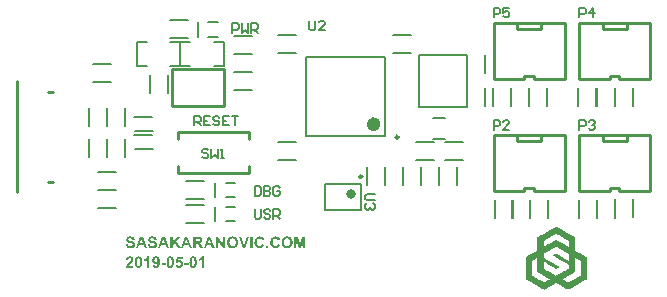
<source format=gto>
G04 Layer_Color=65535*
%FSLAX25Y25*%
%MOIN*%
G70*
G01*
G75*
%ADD25C,0.01575*%
%ADD31C,0.00787*%
%ADD38C,0.02362*%
%ADD39C,0.00984*%
%ADD40C,0.01000*%
%ADD41C,0.00600*%
%ADD42C,0.00700*%
%ADD43C,0.00800*%
%ADD44C,0.00591*%
G36*
X25039Y2067D02*
X24214D01*
X23887Y2924D01*
X22369D01*
X22058Y2067D01*
X21249D01*
X22713Y5845D01*
X23521D01*
X25039Y2067D01*
D02*
G37*
G36*
X32372D02*
X31547D01*
X31219Y2924D01*
X29702D01*
X29390Y2067D01*
X28582D01*
X30046Y5845D01*
X30854D01*
X32372Y2067D01*
D02*
G37*
G36*
X53584Y5911D02*
X53638D01*
X53709Y5900D01*
X53791Y5889D01*
X53884Y5872D01*
X53982Y5851D01*
X54086Y5823D01*
X54195Y5791D01*
X54304Y5747D01*
X54419Y5698D01*
X54528Y5638D01*
X54637Y5567D01*
X54741Y5485D01*
X54839Y5392D01*
X54845Y5387D01*
X54861Y5370D01*
X54888Y5337D01*
X54916Y5299D01*
X54954Y5245D01*
X54998Y5179D01*
X55041Y5103D01*
X55090Y5015D01*
X55140Y4922D01*
X55183Y4813D01*
X55227Y4693D01*
X55265Y4568D01*
X55298Y4426D01*
X55320Y4278D01*
X55336Y4120D01*
X55342Y3951D01*
Y3940D01*
Y3912D01*
X55336Y3863D01*
Y3798D01*
X55325Y3721D01*
X55314Y3634D01*
X55298Y3530D01*
X55282Y3427D01*
X55254Y3312D01*
X55222Y3192D01*
X55178Y3072D01*
X55129Y2952D01*
X55074Y2837D01*
X55003Y2722D01*
X54927Y2613D01*
X54839Y2509D01*
X54834Y2504D01*
X54817Y2487D01*
X54790Y2460D01*
X54747Y2427D01*
X54697Y2389D01*
X54637Y2345D01*
X54566Y2302D01*
X54490Y2253D01*
X54397Y2203D01*
X54299Y2160D01*
X54190Y2116D01*
X54070Y2078D01*
X53944Y2045D01*
X53807Y2018D01*
X53666Y2001D01*
X53513Y1996D01*
X53474D01*
X53431Y2001D01*
X53376Y2007D01*
X53305Y2012D01*
X53223Y2023D01*
X53130Y2040D01*
X53032Y2062D01*
X52923Y2089D01*
X52819Y2121D01*
X52705Y2165D01*
X52595Y2214D01*
X52481Y2269D01*
X52377Y2340D01*
X52273Y2416D01*
X52175Y2509D01*
X52169Y2515D01*
X52153Y2531D01*
X52131Y2564D01*
X52099Y2602D01*
X52060Y2657D01*
X52017Y2722D01*
X51973Y2793D01*
X51929Y2881D01*
X51880Y2973D01*
X51836Y3083D01*
X51793Y3197D01*
X51754Y3323D01*
X51722Y3459D01*
X51700Y3607D01*
X51683Y3765D01*
X51678Y3929D01*
Y3934D01*
Y3956D01*
Y3983D01*
X51683Y4027D01*
Y4076D01*
X51689Y4131D01*
X51694Y4196D01*
X51700Y4267D01*
X51722Y4420D01*
X51749Y4584D01*
X51793Y4748D01*
X51847Y4901D01*
Y4906D01*
X51853Y4912D01*
X51864Y4928D01*
X51869Y4950D01*
X51902Y5004D01*
X51940Y5075D01*
X51989Y5157D01*
X52049Y5239D01*
X52120Y5332D01*
X52197Y5419D01*
X52202Y5425D01*
X52208Y5430D01*
X52235Y5458D01*
X52284Y5501D01*
X52344Y5550D01*
X52415Y5605D01*
X52497Y5665D01*
X52590Y5720D01*
X52688Y5763D01*
X52694D01*
X52705Y5769D01*
X52726Y5780D01*
X52754Y5785D01*
X52786Y5802D01*
X52825Y5813D01*
X52874Y5823D01*
X52923Y5840D01*
X53043Y5867D01*
X53180Y5894D01*
X53338Y5911D01*
X53502Y5916D01*
X53540D01*
X53584Y5911D01*
D02*
G37*
G36*
X71771D02*
X71825D01*
X71896Y5900D01*
X71978Y5889D01*
X72071Y5872D01*
X72169Y5851D01*
X72273Y5823D01*
X72382Y5791D01*
X72492Y5747D01*
X72606Y5698D01*
X72715Y5638D01*
X72825Y5567D01*
X72928Y5485D01*
X73027Y5392D01*
X73032Y5387D01*
X73049Y5370D01*
X73076Y5337D01*
X73103Y5299D01*
X73141Y5245D01*
X73185Y5179D01*
X73229Y5103D01*
X73278Y5015D01*
X73327Y4922D01*
X73371Y4813D01*
X73414Y4693D01*
X73453Y4568D01*
X73485Y4426D01*
X73507Y4278D01*
X73523Y4120D01*
X73529Y3951D01*
Y3940D01*
Y3912D01*
X73523Y3863D01*
Y3798D01*
X73513Y3721D01*
X73502Y3634D01*
X73485Y3530D01*
X73469Y3427D01*
X73442Y3312D01*
X73409Y3192D01*
X73365Y3072D01*
X73316Y2952D01*
X73261Y2837D01*
X73190Y2722D01*
X73114Y2613D01*
X73027Y2509D01*
X73021Y2504D01*
X73005Y2487D01*
X72978Y2460D01*
X72934Y2427D01*
X72885Y2389D01*
X72825Y2345D01*
X72754Y2302D01*
X72677Y2253D01*
X72584Y2203D01*
X72486Y2160D01*
X72377Y2116D01*
X72257Y2078D01*
X72131Y2045D01*
X71995Y2018D01*
X71853Y2001D01*
X71700Y1996D01*
X71662D01*
X71618Y2001D01*
X71563Y2007D01*
X71492Y2012D01*
X71411Y2023D01*
X71318Y2040D01*
X71219Y2062D01*
X71110Y2089D01*
X71006Y2121D01*
X70892Y2165D01*
X70783Y2214D01*
X70668Y2269D01*
X70564Y2340D01*
X70460Y2416D01*
X70362Y2509D01*
X70357Y2515D01*
X70340Y2531D01*
X70319Y2564D01*
X70286Y2602D01*
X70248Y2657D01*
X70204Y2722D01*
X70160Y2793D01*
X70116Y2881D01*
X70067Y2973D01*
X70024Y3083D01*
X69980Y3197D01*
X69942Y3323D01*
X69909Y3459D01*
X69887Y3607D01*
X69871Y3765D01*
X69865Y3929D01*
Y3934D01*
Y3956D01*
Y3983D01*
X69871Y4027D01*
Y4076D01*
X69876Y4131D01*
X69882Y4196D01*
X69887Y4267D01*
X69909Y4420D01*
X69936Y4584D01*
X69980Y4748D01*
X70035Y4901D01*
Y4906D01*
X70040Y4912D01*
X70051Y4928D01*
X70056Y4950D01*
X70089Y5004D01*
X70127Y5075D01*
X70177Y5157D01*
X70237Y5239D01*
X70308Y5332D01*
X70384Y5419D01*
X70389Y5425D01*
X70395Y5430D01*
X70422Y5458D01*
X70471Y5501D01*
X70531Y5550D01*
X70602Y5605D01*
X70684Y5665D01*
X70777Y5720D01*
X70875Y5763D01*
X70881D01*
X70892Y5769D01*
X70914Y5780D01*
X70941Y5785D01*
X70974Y5802D01*
X71012Y5813D01*
X71061Y5823D01*
X71110Y5840D01*
X71230Y5867D01*
X71367Y5894D01*
X71525Y5911D01*
X71689Y5916D01*
X71727D01*
X71771Y5911D01*
D02*
G37*
G36*
X39994Y2067D02*
X39169D01*
X38842Y2924D01*
X37324D01*
X37012Y2067D01*
X36204D01*
X37668Y5845D01*
X38476D01*
X39994Y2067D01*
D02*
G37*
G36*
X60201D02*
X59437D01*
Y5845D01*
X60201D01*
Y2067D01*
D02*
G37*
G36*
X65459D02*
X64733D01*
Y2793D01*
X65459D01*
Y2067D01*
D02*
G37*
G36*
X42156Y5840D02*
X42216D01*
X42276Y5834D01*
X42347D01*
X42489Y5818D01*
X42636Y5802D01*
X42773Y5774D01*
X42833Y5758D01*
X42887Y5742D01*
X42893D01*
X42898Y5736D01*
X42931Y5720D01*
X42980Y5692D01*
X43046Y5660D01*
X43117Y5605D01*
X43188Y5545D01*
X43259Y5469D01*
X43324Y5376D01*
Y5370D01*
X43330Y5365D01*
X43341Y5348D01*
X43352Y5332D01*
X43379Y5277D01*
X43412Y5206D01*
X43439Y5119D01*
X43466Y5021D01*
X43488Y4906D01*
X43494Y4786D01*
Y4781D01*
Y4770D01*
Y4742D01*
X43488Y4715D01*
Y4677D01*
X43483Y4639D01*
X43461Y4540D01*
X43433Y4426D01*
X43390Y4311D01*
X43324Y4191D01*
X43286Y4136D01*
X43242Y4082D01*
X43237Y4076D01*
X43231Y4071D01*
X43215Y4054D01*
X43193Y4038D01*
X43171Y4016D01*
X43139Y3989D01*
X43100Y3962D01*
X43057Y3934D01*
X43007Y3901D01*
X42948Y3874D01*
X42887Y3847D01*
X42822Y3820D01*
X42746Y3792D01*
X42669Y3771D01*
X42587Y3749D01*
X42494Y3732D01*
X42500D01*
X42505Y3727D01*
X42538Y3705D01*
X42582Y3678D01*
X42636Y3639D01*
X42702Y3590D01*
X42767Y3541D01*
X42838Y3481D01*
X42898Y3416D01*
X42904Y3410D01*
X42931Y3383D01*
X42964Y3339D01*
X43013Y3274D01*
X43079Y3192D01*
X43111Y3137D01*
X43150Y3083D01*
X43193Y3022D01*
X43237Y2957D01*
X43286Y2881D01*
X43335Y2804D01*
X43799Y2067D01*
X42882D01*
X42336Y2886D01*
X42331Y2891D01*
X42325Y2908D01*
X42309Y2930D01*
X42287Y2957D01*
X42265Y2990D01*
X42238Y3033D01*
X42178Y3121D01*
X42107Y3219D01*
X42041Y3306D01*
X41981Y3388D01*
X41954Y3416D01*
X41932Y3443D01*
X41927Y3448D01*
X41916Y3459D01*
X41894Y3481D01*
X41866Y3508D01*
X41828Y3530D01*
X41790Y3557D01*
X41746Y3579D01*
X41703Y3601D01*
X41697D01*
X41681Y3607D01*
X41653Y3618D01*
X41610Y3623D01*
X41555Y3634D01*
X41490Y3639D01*
X41413Y3645D01*
X41168D01*
Y2067D01*
X40403D01*
Y5845D01*
X42107D01*
X42156Y5840D01*
D02*
G37*
G36*
X47616Y2067D02*
X46791D01*
X46464Y2924D01*
X44946D01*
X44635Y2067D01*
X43826D01*
X45290Y5845D01*
X46098D01*
X47616Y2067D01*
D02*
G37*
G36*
X38885Y-3517D02*
X37460D01*
Y-2791D01*
X38885D01*
Y-3517D01*
D02*
G37*
G36*
X40463Y-733D02*
X40507Y-738D01*
X40562Y-749D01*
X40616Y-760D01*
X40682Y-777D01*
X40753Y-798D01*
X40818Y-826D01*
X40889Y-853D01*
X40960Y-891D01*
X41031Y-940D01*
X41102Y-989D01*
X41168Y-1049D01*
X41228Y-1120D01*
X41233Y-1126D01*
X41244Y-1142D01*
X41260Y-1170D01*
X41288Y-1208D01*
X41315Y-1263D01*
X41348Y-1328D01*
X41381Y-1399D01*
X41413Y-1492D01*
X41446Y-1590D01*
X41484Y-1705D01*
X41511Y-1830D01*
X41539Y-1972D01*
X41566Y-2125D01*
X41583Y-2289D01*
X41593Y-2469D01*
X41599Y-2666D01*
Y-2671D01*
Y-2677D01*
Y-2693D01*
Y-2715D01*
Y-2769D01*
X41593Y-2840D01*
X41588Y-2928D01*
X41577Y-3032D01*
X41566Y-3141D01*
X41555Y-3261D01*
X41533Y-3386D01*
X41506Y-3517D01*
X41479Y-3643D01*
X41440Y-3769D01*
X41402Y-3894D01*
X41348Y-4009D01*
X41293Y-4118D01*
X41228Y-4211D01*
X41222Y-4216D01*
X41211Y-4227D01*
X41195Y-4249D01*
X41173Y-4271D01*
X41140Y-4298D01*
X41102Y-4331D01*
X41053Y-4369D01*
X41004Y-4402D01*
X40944Y-4440D01*
X40884Y-4478D01*
X40813Y-4511D01*
X40736Y-4538D01*
X40654Y-4560D01*
X40562Y-4582D01*
X40469Y-4593D01*
X40370Y-4598D01*
X40349D01*
X40316Y-4593D01*
X40278D01*
X40234Y-4588D01*
X40179Y-4577D01*
X40119Y-4566D01*
X40054Y-4544D01*
X39983Y-4522D01*
X39912Y-4495D01*
X39835Y-4462D01*
X39764Y-4418D01*
X39688Y-4375D01*
X39617Y-4315D01*
X39546Y-4255D01*
X39480Y-4178D01*
X39475Y-4173D01*
X39464Y-4156D01*
X39448Y-4129D01*
X39431Y-4096D01*
X39404Y-4047D01*
X39377Y-3987D01*
X39344Y-3911D01*
X39317Y-3829D01*
X39284Y-3730D01*
X39251Y-3621D01*
X39224Y-3496D01*
X39202Y-3359D01*
X39180Y-3206D01*
X39164Y-3037D01*
X39153Y-2857D01*
X39147Y-2660D01*
Y-2655D01*
Y-2649D01*
Y-2633D01*
Y-2611D01*
Y-2557D01*
X39153Y-2486D01*
X39158Y-2398D01*
X39169Y-2294D01*
X39180Y-2185D01*
X39191Y-2065D01*
X39213Y-1939D01*
X39235Y-1814D01*
X39268Y-1683D01*
X39300Y-1557D01*
X39344Y-1437D01*
X39393Y-1323D01*
X39448Y-1213D01*
X39513Y-1120D01*
X39519Y-1115D01*
X39529Y-1104D01*
X39546Y-1082D01*
X39573Y-1060D01*
X39601Y-1028D01*
X39639Y-995D01*
X39688Y-962D01*
X39737Y-924D01*
X39797Y-886D01*
X39857Y-853D01*
X39928Y-820D01*
X40005Y-788D01*
X40086Y-766D01*
X40179Y-744D01*
X40272Y-733D01*
X40370Y-727D01*
X40425D01*
X40463Y-733D01*
D02*
G37*
G36*
X19344D02*
X19393Y-738D01*
X19448Y-744D01*
X19508Y-755D01*
X19573Y-766D01*
X19715Y-804D01*
X19857Y-858D01*
X19934Y-891D01*
X19999Y-929D01*
X20070Y-979D01*
X20130Y-1033D01*
X20136Y-1039D01*
X20146Y-1044D01*
X20157Y-1066D01*
X20179Y-1088D01*
X20207Y-1115D01*
X20234Y-1153D01*
X20261Y-1192D01*
X20294Y-1241D01*
X20349Y-1350D01*
X20403Y-1475D01*
X20425Y-1546D01*
X20436Y-1623D01*
X20447Y-1705D01*
X20452Y-1787D01*
Y-1798D01*
Y-1830D01*
X20447Y-1880D01*
X20441Y-1939D01*
X20430Y-2016D01*
X20414Y-2098D01*
X20392Y-2185D01*
X20359Y-2273D01*
X20354Y-2283D01*
X20343Y-2311D01*
X20321Y-2360D01*
X20289Y-2420D01*
X20250Y-2491D01*
X20201Y-2573D01*
X20141Y-2660D01*
X20070Y-2753D01*
X20065Y-2758D01*
X20043Y-2786D01*
X20010Y-2824D01*
X19961Y-2879D01*
X19895Y-2944D01*
X19814Y-3032D01*
X19715Y-3124D01*
X19595Y-3239D01*
X19590Y-3244D01*
X19579Y-3250D01*
X19562Y-3266D01*
X19541Y-3288D01*
X19480Y-3343D01*
X19409Y-3408D01*
X19339Y-3479D01*
X19267Y-3550D01*
X19202Y-3610D01*
X19180Y-3638D01*
X19158Y-3659D01*
X19153Y-3665D01*
X19142Y-3676D01*
X19126Y-3698D01*
X19104Y-3725D01*
X19054Y-3785D01*
X19011Y-3856D01*
X20452D01*
Y-4528D01*
X17913D01*
Y-4522D01*
Y-4511D01*
X17919Y-4489D01*
X17924Y-4462D01*
X17930Y-4429D01*
X17935Y-4391D01*
X17957Y-4293D01*
X17990Y-4184D01*
X18034Y-4064D01*
X18088Y-3932D01*
X18159Y-3807D01*
Y-3801D01*
X18170Y-3791D01*
X18181Y-3769D01*
X18203Y-3747D01*
X18225Y-3709D01*
X18257Y-3670D01*
X18296Y-3621D01*
X18339Y-3567D01*
X18388Y-3501D01*
X18449Y-3436D01*
X18514Y-3359D01*
X18590Y-3277D01*
X18672Y-3195D01*
X18765Y-3102D01*
X18863Y-3004D01*
X18973Y-2901D01*
X18978Y-2895D01*
X18994Y-2879D01*
X19016Y-2857D01*
X19049Y-2824D01*
X19093Y-2791D01*
X19136Y-2748D01*
X19235Y-2649D01*
X19333Y-2546D01*
X19431Y-2442D01*
X19475Y-2398D01*
X19519Y-2349D01*
X19551Y-2311D01*
X19573Y-2278D01*
X19579Y-2267D01*
X19595Y-2240D01*
X19622Y-2196D01*
X19650Y-2136D01*
X19677Y-2071D01*
X19704Y-1994D01*
X19721Y-1918D01*
X19726Y-1836D01*
Y-1830D01*
Y-1825D01*
Y-1798D01*
X19721Y-1748D01*
X19710Y-1694D01*
X19693Y-1634D01*
X19671Y-1574D01*
X19639Y-1514D01*
X19595Y-1459D01*
X19590Y-1454D01*
X19573Y-1437D01*
X19541Y-1415D01*
X19502Y-1393D01*
X19448Y-1372D01*
X19388Y-1350D01*
X19317Y-1333D01*
X19235Y-1328D01*
X19196D01*
X19153Y-1333D01*
X19104Y-1344D01*
X19044Y-1361D01*
X18983Y-1388D01*
X18924Y-1421D01*
X18869Y-1464D01*
X18863Y-1470D01*
X18847Y-1492D01*
X18825Y-1525D01*
X18803Y-1574D01*
X18776Y-1634D01*
X18754Y-1716D01*
X18732Y-1808D01*
X18722Y-1918D01*
X18001Y-1847D01*
Y-1841D01*
X18006Y-1819D01*
Y-1792D01*
X18017Y-1748D01*
X18023Y-1699D01*
X18039Y-1645D01*
X18055Y-1585D01*
X18072Y-1514D01*
X18126Y-1377D01*
X18192Y-1235D01*
X18236Y-1164D01*
X18285Y-1099D01*
X18339Y-1044D01*
X18399Y-989D01*
X18405Y-984D01*
X18416Y-979D01*
X18432Y-968D01*
X18459Y-946D01*
X18492Y-929D01*
X18536Y-908D01*
X18579Y-880D01*
X18634Y-858D01*
X18694Y-831D01*
X18760Y-809D01*
X18902Y-766D01*
X19071Y-738D01*
X19158Y-733D01*
X19251Y-727D01*
X19306D01*
X19344Y-733D01*
D02*
G37*
G36*
X22260D02*
X22303Y-738D01*
X22358Y-749D01*
X22412Y-760D01*
X22478Y-777D01*
X22549Y-798D01*
X22614Y-826D01*
X22685Y-853D01*
X22756Y-891D01*
X22827Y-940D01*
X22898Y-989D01*
X22964Y-1049D01*
X23024Y-1120D01*
X23029Y-1126D01*
X23040Y-1142D01*
X23057Y-1170D01*
X23084Y-1208D01*
X23111Y-1263D01*
X23144Y-1328D01*
X23177Y-1399D01*
X23210Y-1492D01*
X23242Y-1590D01*
X23281Y-1705D01*
X23308Y-1830D01*
X23335Y-1972D01*
X23362Y-2125D01*
X23379Y-2289D01*
X23390Y-2469D01*
X23395Y-2666D01*
Y-2671D01*
Y-2677D01*
Y-2693D01*
Y-2715D01*
Y-2769D01*
X23390Y-2840D01*
X23384Y-2928D01*
X23373Y-3032D01*
X23362Y-3141D01*
X23352Y-3261D01*
X23330Y-3386D01*
X23302Y-3517D01*
X23275Y-3643D01*
X23237Y-3769D01*
X23199Y-3894D01*
X23144Y-4009D01*
X23089Y-4118D01*
X23024Y-4211D01*
X23019Y-4216D01*
X23008Y-4227D01*
X22991Y-4249D01*
X22969Y-4271D01*
X22937Y-4298D01*
X22898Y-4331D01*
X22849Y-4369D01*
X22800Y-4402D01*
X22740Y-4440D01*
X22680Y-4478D01*
X22609Y-4511D01*
X22533Y-4538D01*
X22451Y-4560D01*
X22358Y-4582D01*
X22265Y-4593D01*
X22167Y-4598D01*
X22145D01*
X22112Y-4593D01*
X22074D01*
X22030Y-4588D01*
X21976Y-4577D01*
X21916Y-4566D01*
X21850Y-4544D01*
X21779Y-4522D01*
X21708Y-4495D01*
X21632Y-4462D01*
X21561Y-4418D01*
X21484Y-4375D01*
X21413Y-4315D01*
X21342Y-4255D01*
X21277Y-4178D01*
X21271Y-4173D01*
X21260Y-4156D01*
X21244Y-4129D01*
X21228Y-4096D01*
X21200Y-4047D01*
X21173Y-3987D01*
X21140Y-3911D01*
X21113Y-3829D01*
X21080Y-3730D01*
X21047Y-3621D01*
X21020Y-3496D01*
X20998Y-3359D01*
X20976Y-3206D01*
X20960Y-3037D01*
X20949Y-2857D01*
X20944Y-2660D01*
Y-2655D01*
Y-2649D01*
Y-2633D01*
Y-2611D01*
Y-2557D01*
X20949Y-2486D01*
X20955Y-2398D01*
X20966Y-2294D01*
X20976Y-2185D01*
X20987Y-2065D01*
X21009Y-1939D01*
X21031Y-1814D01*
X21064Y-1683D01*
X21097Y-1557D01*
X21140Y-1437D01*
X21189Y-1323D01*
X21244Y-1213D01*
X21309Y-1120D01*
X21315Y-1115D01*
X21326Y-1104D01*
X21342Y-1082D01*
X21370Y-1060D01*
X21397Y-1028D01*
X21435Y-995D01*
X21484Y-962D01*
X21533Y-924D01*
X21593Y-886D01*
X21654Y-853D01*
X21724Y-820D01*
X21801Y-788D01*
X21883Y-766D01*
X21976Y-744D01*
X22069Y-733D01*
X22167Y-727D01*
X22221D01*
X22260Y-733D01*
D02*
G37*
G36*
X32830D02*
X32874Y-738D01*
X32928Y-749D01*
X32983Y-760D01*
X33048Y-777D01*
X33119Y-798D01*
X33185Y-826D01*
X33256Y-853D01*
X33327Y-891D01*
X33398Y-940D01*
X33469Y-989D01*
X33534Y-1049D01*
X33595Y-1120D01*
X33600Y-1126D01*
X33611Y-1142D01*
X33627Y-1170D01*
X33655Y-1208D01*
X33682Y-1263D01*
X33715Y-1328D01*
X33747Y-1399D01*
X33780Y-1492D01*
X33813Y-1590D01*
X33851Y-1705D01*
X33878Y-1830D01*
X33906Y-1972D01*
X33933Y-2125D01*
X33949Y-2289D01*
X33960Y-2469D01*
X33966Y-2666D01*
Y-2671D01*
Y-2677D01*
Y-2693D01*
Y-2715D01*
Y-2769D01*
X33960Y-2840D01*
X33955Y-2928D01*
X33944Y-3032D01*
X33933Y-3141D01*
X33922Y-3261D01*
X33900Y-3386D01*
X33873Y-3517D01*
X33846Y-3643D01*
X33808Y-3769D01*
X33769Y-3894D01*
X33715Y-4009D01*
X33660Y-4118D01*
X33595Y-4211D01*
X33589Y-4216D01*
X33578Y-4227D01*
X33562Y-4249D01*
X33540Y-4271D01*
X33507Y-4298D01*
X33469Y-4331D01*
X33420Y-4369D01*
X33371Y-4402D01*
X33311Y-4440D01*
X33250Y-4478D01*
X33180Y-4511D01*
X33103Y-4538D01*
X33021Y-4560D01*
X32928Y-4582D01*
X32836Y-4593D01*
X32737Y-4598D01*
X32715D01*
X32683Y-4593D01*
X32645D01*
X32601Y-4588D01*
X32546Y-4577D01*
X32486Y-4566D01*
X32421Y-4544D01*
X32350Y-4522D01*
X32279Y-4495D01*
X32202Y-4462D01*
X32131Y-4418D01*
X32055Y-4375D01*
X31984Y-4315D01*
X31913Y-4255D01*
X31847Y-4178D01*
X31842Y-4173D01*
X31831Y-4156D01*
X31815Y-4129D01*
X31798Y-4096D01*
X31771Y-4047D01*
X31744Y-3987D01*
X31711Y-3911D01*
X31683Y-3829D01*
X31651Y-3730D01*
X31618Y-3621D01*
X31591Y-3496D01*
X31569Y-3359D01*
X31547Y-3206D01*
X31531Y-3037D01*
X31520Y-2857D01*
X31514Y-2660D01*
Y-2655D01*
Y-2649D01*
Y-2633D01*
Y-2611D01*
Y-2557D01*
X31520Y-2486D01*
X31525Y-2398D01*
X31536Y-2294D01*
X31547Y-2185D01*
X31558Y-2065D01*
X31580Y-1939D01*
X31602Y-1814D01*
X31634Y-1683D01*
X31667Y-1557D01*
X31711Y-1437D01*
X31760Y-1323D01*
X31815Y-1213D01*
X31880Y-1120D01*
X31885Y-1115D01*
X31896Y-1104D01*
X31913Y-1082D01*
X31940Y-1060D01*
X31967Y-1028D01*
X32006Y-995D01*
X32055Y-962D01*
X32104Y-924D01*
X32164Y-886D01*
X32224Y-853D01*
X32295Y-820D01*
X32372Y-788D01*
X32453Y-766D01*
X32546Y-744D01*
X32639Y-733D01*
X32737Y-727D01*
X32792D01*
X32830Y-733D01*
D02*
G37*
G36*
X25732Y-4528D02*
X25006D01*
Y-1792D01*
X25001Y-1798D01*
X24990Y-1808D01*
X24968Y-1825D01*
X24935Y-1852D01*
X24897Y-1885D01*
X24853Y-1918D01*
X24798Y-1956D01*
X24738Y-2000D01*
X24673Y-2043D01*
X24602Y-2087D01*
X24525Y-2136D01*
X24443Y-2180D01*
X24269Y-2262D01*
X24072Y-2338D01*
Y-1683D01*
X24078D01*
X24083Y-1677D01*
X24100Y-1672D01*
X24121Y-1667D01*
X24176Y-1639D01*
X24252Y-1606D01*
X24345Y-1563D01*
X24449Y-1503D01*
X24564Y-1426D01*
X24684Y-1339D01*
X24689Y-1333D01*
X24700Y-1328D01*
X24717Y-1312D01*
X24738Y-1290D01*
X24798Y-1235D01*
X24864Y-1164D01*
X24940Y-1077D01*
X25017Y-968D01*
X25088Y-853D01*
X25142Y-727D01*
X25732D01*
Y-4528D01*
D02*
G37*
G36*
X28025Y-733D02*
X28069D01*
X28118Y-738D01*
X28173Y-749D01*
X28238Y-766D01*
X28304Y-782D01*
X28380Y-809D01*
X28457Y-837D01*
X28533Y-875D01*
X28615Y-919D01*
X28691Y-968D01*
X28768Y-1028D01*
X28844Y-1099D01*
X28915Y-1175D01*
X28921Y-1181D01*
X28932Y-1197D01*
X28948Y-1224D01*
X28975Y-1263D01*
X29003Y-1312D01*
X29035Y-1372D01*
X29068Y-1443D01*
X29101Y-1525D01*
X29134Y-1623D01*
X29172Y-1732D01*
X29199Y-1852D01*
X29226Y-1983D01*
X29254Y-2131D01*
X29270Y-2289D01*
X29281Y-2458D01*
X29287Y-2644D01*
Y-2649D01*
Y-2655D01*
Y-2671D01*
Y-2688D01*
Y-2742D01*
X29281Y-2813D01*
X29276Y-2901D01*
X29265Y-2999D01*
X29254Y-3102D01*
X29237Y-3217D01*
X29216Y-3343D01*
X29194Y-3463D01*
X29161Y-3588D01*
X29123Y-3714D01*
X29079Y-3829D01*
X29024Y-3943D01*
X28970Y-4047D01*
X28899Y-4140D01*
X28894Y-4145D01*
X28883Y-4162D01*
X28861Y-4184D01*
X28828Y-4211D01*
X28790Y-4244D01*
X28746Y-4287D01*
X28691Y-4326D01*
X28631Y-4369D01*
X28566Y-4413D01*
X28489Y-4451D01*
X28407Y-4489D01*
X28320Y-4528D01*
X28222Y-4555D01*
X28124Y-4577D01*
X28020Y-4593D01*
X27905Y-4598D01*
X27861D01*
X27834Y-4593D01*
X27796D01*
X27752Y-4588D01*
X27649Y-4571D01*
X27534Y-4538D01*
X27419Y-4500D01*
X27299Y-4440D01*
X27244Y-4407D01*
X27190Y-4364D01*
X27185Y-4358D01*
X27179Y-4353D01*
X27163Y-4337D01*
X27146Y-4320D01*
X27124Y-4293D01*
X27097Y-4265D01*
X27075Y-4227D01*
X27042Y-4189D01*
X27015Y-4140D01*
X26983Y-4091D01*
X26955Y-4031D01*
X26928Y-3965D01*
X26901Y-3900D01*
X26879Y-3823D01*
X26857Y-3747D01*
X26840Y-3659D01*
X27539Y-3577D01*
Y-3588D01*
X27545Y-3616D01*
X27550Y-3654D01*
X27567Y-3698D01*
X27583Y-3752D01*
X27605Y-3807D01*
X27632Y-3856D01*
X27670Y-3900D01*
X27676Y-3905D01*
X27692Y-3916D01*
X27714Y-3932D01*
X27747Y-3949D01*
X27790Y-3965D01*
X27834Y-3982D01*
X27894Y-3993D01*
X27954Y-3998D01*
X27965D01*
X27992Y-3993D01*
X28031Y-3987D01*
X28085Y-3971D01*
X28145Y-3949D01*
X28205Y-3911D01*
X28271Y-3861D01*
X28331Y-3796D01*
X28337Y-3785D01*
X28347Y-3774D01*
X28358Y-3752D01*
X28369Y-3730D01*
X28386Y-3698D01*
X28397Y-3659D01*
X28418Y-3610D01*
X28435Y-3556D01*
X28451Y-3496D01*
X28468Y-3425D01*
X28484Y-3348D01*
X28500Y-3261D01*
X28511Y-3163D01*
X28522Y-3053D01*
X28533Y-2939D01*
X28528Y-2944D01*
X28522Y-2950D01*
X28506Y-2966D01*
X28484Y-2988D01*
X28457Y-3010D01*
X28424Y-3037D01*
X28347Y-3097D01*
X28249Y-3157D01*
X28129Y-3206D01*
X28063Y-3228D01*
X27998Y-3239D01*
X27927Y-3250D01*
X27851Y-3255D01*
X27807D01*
X27774Y-3250D01*
X27736Y-3244D01*
X27692Y-3239D01*
X27588Y-3212D01*
X27468Y-3173D01*
X27408Y-3141D01*
X27343Y-3108D01*
X27277Y-3070D01*
X27212Y-3026D01*
X27146Y-2971D01*
X27086Y-2911D01*
X27081Y-2906D01*
X27070Y-2895D01*
X27059Y-2873D01*
X27037Y-2851D01*
X27010Y-2813D01*
X26983Y-2775D01*
X26955Y-2726D01*
X26928Y-2671D01*
X26895Y-2611D01*
X26868Y-2540D01*
X26840Y-2469D01*
X26813Y-2387D01*
X26791Y-2305D01*
X26780Y-2213D01*
X26770Y-2114D01*
X26764Y-2016D01*
Y-2011D01*
Y-1989D01*
Y-1961D01*
X26770Y-1918D01*
X26775Y-1869D01*
X26780Y-1814D01*
X26791Y-1748D01*
X26808Y-1683D01*
X26846Y-1536D01*
X26873Y-1454D01*
X26906Y-1377D01*
X26944Y-1301D01*
X26993Y-1224D01*
X27042Y-1153D01*
X27103Y-1082D01*
X27108Y-1077D01*
X27119Y-1066D01*
X27135Y-1049D01*
X27163Y-1028D01*
X27201Y-1000D01*
X27239Y-968D01*
X27288Y-940D01*
X27343Y-902D01*
X27397Y-869D01*
X27468Y-842D01*
X27539Y-809D01*
X27616Y-782D01*
X27698Y-760D01*
X27785Y-744D01*
X27872Y-733D01*
X27971Y-727D01*
X27998D01*
X28025Y-733D01*
D02*
G37*
G36*
X31252Y-3517D02*
X29827D01*
Y-2791D01*
X31252D01*
Y-3517D01*
D02*
G37*
G36*
X43936Y-4528D02*
X43210D01*
Y-1792D01*
X43204Y-1798D01*
X43193Y-1808D01*
X43171Y-1825D01*
X43139Y-1852D01*
X43100Y-1885D01*
X43057Y-1918D01*
X43002Y-1956D01*
X42942Y-2000D01*
X42876Y-2043D01*
X42805Y-2087D01*
X42729Y-2136D01*
X42647Y-2180D01*
X42472Y-2262D01*
X42276Y-2338D01*
Y-1683D01*
X42281D01*
X42287Y-1677D01*
X42303Y-1672D01*
X42325Y-1667D01*
X42380Y-1639D01*
X42456Y-1606D01*
X42549Y-1563D01*
X42653Y-1503D01*
X42767Y-1426D01*
X42887Y-1339D01*
X42893Y-1333D01*
X42904Y-1328D01*
X42920Y-1312D01*
X42942Y-1290D01*
X43002Y-1235D01*
X43068Y-1164D01*
X43144Y-1077D01*
X43220Y-968D01*
X43292Y-853D01*
X43346Y-727D01*
X43936D01*
Y-4528D01*
D02*
G37*
G36*
X36838Y-1475D02*
X35467D01*
X35353Y-2120D01*
X35358D01*
X35364Y-2114D01*
X35396Y-2098D01*
X35445Y-2081D01*
X35506Y-2054D01*
X35582Y-2032D01*
X35664Y-2016D01*
X35757Y-2000D01*
X35849Y-1994D01*
X35899D01*
X35931Y-2000D01*
X35970Y-2005D01*
X36019Y-2011D01*
X36073Y-2021D01*
X36133Y-2038D01*
X36259Y-2081D01*
X36330Y-2109D01*
X36395Y-2142D01*
X36467Y-2185D01*
X36538Y-2234D01*
X36603Y-2289D01*
X36669Y-2349D01*
X36674Y-2355D01*
X36685Y-2365D01*
X36701Y-2387D01*
X36723Y-2414D01*
X36745Y-2447D01*
X36778Y-2491D01*
X36805Y-2540D01*
X36838Y-2595D01*
X36871Y-2655D01*
X36898Y-2726D01*
X36931Y-2802D01*
X36952Y-2879D01*
X36974Y-2966D01*
X36991Y-3059D01*
X37001Y-3157D01*
X37007Y-3261D01*
Y-3266D01*
Y-3283D01*
Y-3305D01*
X37001Y-3337D01*
Y-3381D01*
X36991Y-3430D01*
X36985Y-3485D01*
X36974Y-3539D01*
X36941Y-3670D01*
X36892Y-3812D01*
X36860Y-3889D01*
X36827Y-3960D01*
X36783Y-4031D01*
X36734Y-4102D01*
X36729Y-4107D01*
X36718Y-4123D01*
X36696Y-4145D01*
X36669Y-4178D01*
X36630Y-4216D01*
X36581Y-4260D01*
X36527Y-4304D01*
X36467Y-4347D01*
X36395Y-4397D01*
X36319Y-4440D01*
X36237Y-4484D01*
X36144Y-4522D01*
X36046Y-4555D01*
X35942Y-4577D01*
X35828Y-4593D01*
X35708Y-4598D01*
X35658D01*
X35620Y-4593D01*
X35577Y-4588D01*
X35522Y-4582D01*
X35467Y-4577D01*
X35402Y-4566D01*
X35271Y-4533D01*
X35123Y-4478D01*
X35052Y-4451D01*
X34981Y-4413D01*
X34916Y-4369D01*
X34850Y-4320D01*
X34845Y-4315D01*
X34834Y-4309D01*
X34817Y-4293D01*
X34796Y-4271D01*
X34774Y-4238D01*
X34741Y-4205D01*
X34714Y-4167D01*
X34681Y-4123D01*
X34643Y-4069D01*
X34610Y-4014D01*
X34550Y-3883D01*
X34495Y-3736D01*
X34479Y-3654D01*
X34463Y-3567D01*
X35183Y-3490D01*
Y-3501D01*
X35189Y-3528D01*
X35200Y-3577D01*
X35216Y-3632D01*
X35238Y-3692D01*
X35271Y-3758D01*
X35314Y-3818D01*
X35364Y-3878D01*
X35369Y-3883D01*
X35391Y-3900D01*
X35424Y-3921D01*
X35467Y-3949D01*
X35516Y-3976D01*
X35577Y-3998D01*
X35647Y-4014D01*
X35719Y-4020D01*
X35729D01*
X35757Y-4014D01*
X35800Y-4009D01*
X35855Y-3998D01*
X35915Y-3976D01*
X35980Y-3943D01*
X36046Y-3894D01*
X36106Y-3834D01*
X36112Y-3823D01*
X36133Y-3801D01*
X36155Y-3758D01*
X36188Y-3692D01*
X36215Y-3616D01*
X36243Y-3523D01*
X36259Y-3408D01*
X36264Y-3277D01*
Y-3272D01*
Y-3261D01*
Y-3244D01*
Y-3217D01*
X36259Y-3157D01*
X36243Y-3081D01*
X36226Y-2993D01*
X36199Y-2906D01*
X36161Y-2824D01*
X36106Y-2753D01*
X36101Y-2748D01*
X36079Y-2726D01*
X36041Y-2699D01*
X35997Y-2660D01*
X35937Y-2627D01*
X35866Y-2600D01*
X35784Y-2578D01*
X35697Y-2573D01*
X35664D01*
X35642Y-2578D01*
X35587Y-2589D01*
X35511Y-2606D01*
X35424Y-2638D01*
X35331Y-2688D01*
X35282Y-2720D01*
X35232Y-2758D01*
X35183Y-2802D01*
X35134Y-2851D01*
X34550Y-2769D01*
X34921Y-798D01*
X36838D01*
Y-1475D01*
D02*
G37*
G36*
X161462Y9079D02*
X161778D01*
Y8921D01*
X162094D01*
Y8763D01*
X162251D01*
Y8605D01*
X162567D01*
Y8447D01*
X162883D01*
Y8290D01*
X163198D01*
Y8132D01*
X163356D01*
Y7974D01*
X163672D01*
Y7816D01*
X163988D01*
Y7658D01*
X164303D01*
Y7500D01*
X164461D01*
Y7343D01*
X164777D01*
Y7185D01*
X165093D01*
Y7027D01*
X165250D01*
Y6869D01*
X165566D01*
Y6711D01*
X165882D01*
Y6553D01*
X166198D01*
Y6395D01*
X166355D01*
Y6238D01*
X166671D01*
Y6080D01*
X166987D01*
Y5922D01*
X167302D01*
Y5764D01*
X167460D01*
Y5606D01*
X167618D01*
Y1187D01*
X167934D01*
Y1029D01*
X168092D01*
Y871D01*
X168407D01*
Y713D01*
X168723D01*
Y555D01*
X168881D01*
Y397D01*
X169197D01*
Y240D01*
X169512D01*
Y82D01*
X169828D01*
Y-76D01*
X169986D01*
Y-234D01*
X170301D01*
Y-392D01*
X170617D01*
Y-550D01*
X170933D01*
Y-708D01*
X171091D01*
Y-865D01*
X171406D01*
Y-1023D01*
X171564D01*
Y-8442D01*
X171248D01*
Y-8600D01*
X170933D01*
Y-8758D01*
X170617D01*
Y-8916D01*
X170459D01*
Y-9073D01*
X170144D01*
Y-9231D01*
X169828D01*
Y-9389D01*
X169512D01*
Y-9547D01*
X169354D01*
Y-9705D01*
X169039D01*
Y-9862D01*
X168723D01*
Y-10020D01*
X168565D01*
Y-10178D01*
X168249D01*
Y-10336D01*
X167934D01*
Y-10494D01*
X167618D01*
Y-10652D01*
X167460D01*
Y-10810D01*
X167145D01*
Y-10967D01*
X166829D01*
Y-11125D01*
X166513D01*
Y-11283D01*
X166355D01*
Y-11441D01*
X166040D01*
Y-11599D01*
X165724D01*
Y-11757D01*
X165408D01*
Y-11914D01*
X165250D01*
Y-11757D01*
X164935D01*
Y-11599D01*
X164777D01*
Y-11441D01*
X164461D01*
Y-11283D01*
X164146D01*
Y-11125D01*
X163988D01*
Y-10967D01*
X163672D01*
Y-10810D01*
X163356D01*
Y-10652D01*
X163041D01*
Y-10494D01*
X162883D01*
Y-10336D01*
X162567D01*
Y-10178D01*
X162251D01*
Y-10020D01*
X161936D01*
Y-9862D01*
X161778D01*
Y-9705D01*
X161462D01*
Y-9547D01*
X161304D01*
Y-9705D01*
X160989D01*
Y-9862D01*
X160831D01*
Y-10020D01*
X160515D01*
Y-10178D01*
X160199D01*
Y-10336D01*
X159884D01*
Y-10494D01*
X159726D01*
Y-10652D01*
X159410D01*
Y-10810D01*
X159095D01*
Y-10967D01*
X158779D01*
Y-11125D01*
X158621D01*
Y-11283D01*
X158305D01*
Y-11441D01*
X157990D01*
Y-11599D01*
X157674D01*
Y-11757D01*
X157516D01*
Y-11914D01*
X157358D01*
Y-11757D01*
X157043D01*
Y-11599D01*
X156727D01*
Y-11441D01*
X156411D01*
Y-11283D01*
X156253D01*
Y-11125D01*
X155938D01*
Y-10967D01*
X155622D01*
Y-10810D01*
X155306D01*
Y-10652D01*
X155148D01*
Y-10494D01*
X154833D01*
Y-10336D01*
X154517D01*
Y-10178D01*
X154201D01*
Y-10020D01*
X154043D01*
Y-9862D01*
X153728D01*
Y-9705D01*
X153412D01*
Y-9547D01*
X153254D01*
Y-9389D01*
X152939D01*
Y-9231D01*
X152623D01*
Y-9073D01*
X152307D01*
Y-8916D01*
X152149D01*
Y-8758D01*
X151834D01*
Y-8600D01*
X151518D01*
Y-8442D01*
X151202D01*
Y-1023D01*
X151360D01*
Y-865D01*
X151676D01*
Y-708D01*
X151834D01*
Y-550D01*
X152149D01*
Y-392D01*
X152465D01*
Y-234D01*
X152781D01*
Y-76D01*
X152939D01*
Y82D01*
X153254D01*
Y240D01*
X153570D01*
Y397D01*
X153886D01*
Y555D01*
X154043D01*
Y713D01*
X154359D01*
Y871D01*
X154675D01*
Y1029D01*
X154833D01*
Y1187D01*
X155148D01*
Y5606D01*
X155306D01*
Y5764D01*
X155622D01*
Y5922D01*
X155780D01*
Y6080D01*
X156096D01*
Y6238D01*
X156411D01*
Y6395D01*
X156569D01*
Y6553D01*
X156885D01*
Y6711D01*
X157200D01*
Y6869D01*
X157516D01*
Y7027D01*
X157674D01*
Y7185D01*
X157990D01*
Y7343D01*
X158305D01*
Y7500D01*
X158621D01*
Y7658D01*
X158779D01*
Y7816D01*
X159095D01*
Y7974D01*
X159410D01*
Y8132D01*
X159726D01*
Y8290D01*
X159884D01*
Y8447D01*
X160199D01*
Y8605D01*
X160515D01*
Y8763D01*
X160831D01*
Y8921D01*
X160989D01*
Y9079D01*
X161304D01*
Y9237D01*
X161462D01*
Y9079D01*
D02*
G37*
G36*
X19546Y5911D02*
X19606Y5905D01*
X19677Y5900D01*
X19748Y5889D01*
X19830Y5878D01*
X20005Y5840D01*
X20092Y5813D01*
X20179Y5785D01*
X20267Y5747D01*
X20349Y5703D01*
X20425Y5654D01*
X20496Y5599D01*
X20501Y5594D01*
X20512Y5583D01*
X20529Y5567D01*
X20551Y5545D01*
X20578Y5512D01*
X20611Y5474D01*
X20643Y5430D01*
X20682Y5381D01*
X20714Y5321D01*
X20747Y5261D01*
X20780Y5190D01*
X20807Y5114D01*
X20834Y5037D01*
X20856Y4950D01*
X20873Y4862D01*
X20878Y4764D01*
X20114Y4737D01*
Y4742D01*
Y4748D01*
X20103Y4786D01*
X20092Y4835D01*
X20070Y4895D01*
X20043Y4966D01*
X20005Y5032D01*
X19955Y5097D01*
X19901Y5152D01*
X19895Y5157D01*
X19873Y5174D01*
X19835Y5195D01*
X19781Y5217D01*
X19715Y5239D01*
X19633Y5261D01*
X19535Y5277D01*
X19420Y5283D01*
X19366D01*
X19306Y5277D01*
X19235Y5266D01*
X19153Y5250D01*
X19065Y5223D01*
X18983Y5190D01*
X18907Y5141D01*
X18902Y5136D01*
X18891Y5125D01*
X18869Y5108D01*
X18847Y5081D01*
X18825Y5048D01*
X18803Y5004D01*
X18792Y4961D01*
X18787Y4906D01*
Y4901D01*
Y4884D01*
X18792Y4857D01*
X18803Y4830D01*
X18814Y4792D01*
X18831Y4753D01*
X18858Y4715D01*
X18896Y4677D01*
X18902Y4671D01*
X18929Y4655D01*
X18945Y4644D01*
X18973Y4633D01*
X19000Y4617D01*
X19038Y4600D01*
X19082Y4584D01*
X19131Y4562D01*
X19191Y4540D01*
X19251Y4518D01*
X19328Y4497D01*
X19409Y4475D01*
X19497Y4453D01*
X19595Y4426D01*
X19601D01*
X19622Y4420D01*
X19650Y4415D01*
X19688Y4404D01*
X19732Y4393D01*
X19786Y4377D01*
X19846Y4360D01*
X19906Y4344D01*
X20037Y4300D01*
X20174Y4256D01*
X20305Y4207D01*
X20359Y4180D01*
X20414Y4153D01*
X20419D01*
X20425Y4147D01*
X20458Y4125D01*
X20507Y4093D01*
X20567Y4049D01*
X20632Y3994D01*
X20704Y3929D01*
X20774Y3852D01*
X20834Y3765D01*
X20840Y3754D01*
X20856Y3721D01*
X20884Y3672D01*
X20911Y3601D01*
X20938Y3514D01*
X20966Y3410D01*
X20982Y3295D01*
X20987Y3164D01*
Y3159D01*
Y3148D01*
Y3132D01*
Y3110D01*
X20982Y3083D01*
X20976Y3044D01*
X20966Y2968D01*
X20944Y2870D01*
X20911Y2766D01*
X20862Y2662D01*
X20802Y2553D01*
Y2547D01*
X20791Y2542D01*
X20769Y2509D01*
X20725Y2455D01*
X20671Y2395D01*
X20600Y2324D01*
X20507Y2258D01*
X20409Y2193D01*
X20289Y2132D01*
X20283D01*
X20272Y2127D01*
X20256Y2121D01*
X20228Y2111D01*
X20196Y2100D01*
X20157Y2089D01*
X20114Y2078D01*
X20065Y2067D01*
X20005Y2051D01*
X19944Y2040D01*
X19803Y2018D01*
X19644Y2001D01*
X19469Y1996D01*
X19399D01*
X19349Y2001D01*
X19289Y2007D01*
X19224Y2012D01*
X19147Y2023D01*
X19065Y2040D01*
X18885Y2078D01*
X18792Y2105D01*
X18705Y2132D01*
X18612Y2171D01*
X18525Y2214D01*
X18443Y2263D01*
X18367Y2324D01*
X18361Y2329D01*
X18350Y2340D01*
X18328Y2356D01*
X18306Y2384D01*
X18274Y2422D01*
X18241Y2465D01*
X18203Y2515D01*
X18165Y2569D01*
X18126Y2635D01*
X18088Y2706D01*
X18050Y2788D01*
X18012Y2875D01*
X17984Y2968D01*
X17952Y3072D01*
X17930Y3181D01*
X17913Y3295D01*
X18656Y3366D01*
Y3361D01*
X18661Y3350D01*
Y3328D01*
X18667Y3306D01*
X18689Y3241D01*
X18716Y3159D01*
X18749Y3066D01*
X18798Y2973D01*
X18853Y2891D01*
X18924Y2815D01*
X18934Y2809D01*
X18962Y2788D01*
X19005Y2760D01*
X19071Y2728D01*
X19153Y2695D01*
X19246Y2668D01*
X19355Y2646D01*
X19480Y2640D01*
X19541D01*
X19606Y2651D01*
X19688Y2662D01*
X19775Y2678D01*
X19868Y2706D01*
X19955Y2744D01*
X20032Y2793D01*
X20043Y2799D01*
X20065Y2820D01*
X20092Y2853D01*
X20130Y2897D01*
X20163Y2952D01*
X20196Y3017D01*
X20218Y3083D01*
X20223Y3159D01*
Y3164D01*
Y3181D01*
X20218Y3208D01*
X20212Y3241D01*
X20201Y3274D01*
X20190Y3312D01*
X20168Y3350D01*
X20141Y3388D01*
X20136Y3394D01*
X20125Y3405D01*
X20108Y3421D01*
X20081Y3443D01*
X20043Y3470D01*
X19994Y3497D01*
X19939Y3525D01*
X19868Y3552D01*
X19863D01*
X19841Y3563D01*
X19803Y3574D01*
X19775Y3585D01*
X19742Y3590D01*
X19704Y3601D01*
X19661Y3618D01*
X19611Y3629D01*
X19557Y3645D01*
X19491Y3661D01*
X19420Y3678D01*
X19344Y3700D01*
X19256Y3721D01*
X19251D01*
X19229Y3727D01*
X19196Y3738D01*
X19158Y3749D01*
X19109Y3765D01*
X19049Y3781D01*
X18989Y3803D01*
X18918Y3825D01*
X18776Y3880D01*
X18640Y3945D01*
X18569Y3978D01*
X18508Y4016D01*
X18449Y4054D01*
X18399Y4093D01*
X18394Y4098D01*
X18383Y4109D01*
X18367Y4125D01*
X18345Y4147D01*
X18317Y4180D01*
X18290Y4218D01*
X18257Y4256D01*
X18230Y4306D01*
X18165Y4420D01*
X18110Y4551D01*
X18088Y4622D01*
X18072Y4693D01*
X18061Y4775D01*
X18055Y4857D01*
Y4862D01*
Y4868D01*
Y4884D01*
Y4906D01*
X18066Y4961D01*
X18077Y5032D01*
X18094Y5114D01*
X18121Y5206D01*
X18159Y5305D01*
X18214Y5398D01*
Y5403D01*
X18219Y5408D01*
X18246Y5441D01*
X18279Y5485D01*
X18334Y5539D01*
X18399Y5599D01*
X18481Y5665D01*
X18574Y5725D01*
X18683Y5780D01*
X18689D01*
X18700Y5785D01*
X18716Y5791D01*
X18738Y5802D01*
X18771Y5813D01*
X18803Y5823D01*
X18847Y5834D01*
X18896Y5851D01*
X19005Y5872D01*
X19131Y5894D01*
X19273Y5911D01*
X19431Y5916D01*
X19497D01*
X19546Y5911D01*
D02*
G37*
G36*
X34692Y4371D02*
X36193Y2067D01*
X35205D01*
X34162Y3841D01*
X33545Y3208D01*
Y2067D01*
X32781D01*
Y5845D01*
X33545D01*
Y4164D01*
X35096Y5845D01*
X36123D01*
X34692Y4371D01*
D02*
G37*
G36*
X26879Y5911D02*
X26939Y5905D01*
X27010Y5900D01*
X27081Y5889D01*
X27163Y5878D01*
X27337Y5840D01*
X27425Y5813D01*
X27512Y5785D01*
X27599Y5747D01*
X27681Y5703D01*
X27758Y5654D01*
X27829Y5599D01*
X27834Y5594D01*
X27845Y5583D01*
X27861Y5567D01*
X27883Y5545D01*
X27911Y5512D01*
X27943Y5474D01*
X27976Y5430D01*
X28014Y5381D01*
X28047Y5321D01*
X28080Y5261D01*
X28113Y5190D01*
X28140Y5114D01*
X28167Y5037D01*
X28189Y4950D01*
X28205Y4862D01*
X28211Y4764D01*
X27447Y4737D01*
Y4742D01*
Y4748D01*
X27436Y4786D01*
X27425Y4835D01*
X27403Y4895D01*
X27376Y4966D01*
X27337Y5032D01*
X27288Y5097D01*
X27234Y5152D01*
X27228Y5157D01*
X27206Y5174D01*
X27168Y5195D01*
X27114Y5217D01*
X27048Y5239D01*
X26966Y5261D01*
X26868Y5277D01*
X26753Y5283D01*
X26698D01*
X26638Y5277D01*
X26568Y5266D01*
X26486Y5250D01*
X26398Y5223D01*
X26316Y5190D01*
X26240Y5141D01*
X26234Y5136D01*
X26223Y5125D01*
X26202Y5108D01*
X26180Y5081D01*
X26158Y5048D01*
X26136Y5004D01*
X26125Y4961D01*
X26120Y4906D01*
Y4901D01*
Y4884D01*
X26125Y4857D01*
X26136Y4830D01*
X26147Y4792D01*
X26164Y4753D01*
X26191Y4715D01*
X26229Y4677D01*
X26234Y4671D01*
X26262Y4655D01*
X26278Y4644D01*
X26305Y4633D01*
X26333Y4617D01*
X26371Y4600D01*
X26415Y4584D01*
X26464Y4562D01*
X26524Y4540D01*
X26584Y4518D01*
X26660Y4497D01*
X26742Y4475D01*
X26830Y4453D01*
X26928Y4426D01*
X26933D01*
X26955Y4420D01*
X26983Y4415D01*
X27021Y4404D01*
X27064Y4393D01*
X27119Y4377D01*
X27179Y4360D01*
X27239Y4344D01*
X27370Y4300D01*
X27507Y4256D01*
X27638Y4207D01*
X27692Y4180D01*
X27747Y4153D01*
X27752D01*
X27758Y4147D01*
X27790Y4125D01*
X27840Y4093D01*
X27900Y4049D01*
X27965Y3994D01*
X28036Y3929D01*
X28107Y3852D01*
X28167Y3765D01*
X28173Y3754D01*
X28189Y3721D01*
X28216Y3672D01*
X28244Y3601D01*
X28271Y3514D01*
X28298Y3410D01*
X28315Y3295D01*
X28320Y3164D01*
Y3159D01*
Y3148D01*
Y3132D01*
Y3110D01*
X28315Y3083D01*
X28309Y3044D01*
X28298Y2968D01*
X28277Y2870D01*
X28244Y2766D01*
X28195Y2662D01*
X28135Y2553D01*
Y2547D01*
X28124Y2542D01*
X28102Y2509D01*
X28058Y2455D01*
X28003Y2395D01*
X27933Y2324D01*
X27840Y2258D01*
X27741Y2193D01*
X27621Y2132D01*
X27616D01*
X27605Y2127D01*
X27588Y2121D01*
X27561Y2111D01*
X27528Y2100D01*
X27490Y2089D01*
X27447Y2078D01*
X27397Y2067D01*
X27337Y2051D01*
X27277Y2040D01*
X27135Y2018D01*
X26977Y2001D01*
X26802Y1996D01*
X26731D01*
X26682Y2001D01*
X26622Y2007D01*
X26557Y2012D01*
X26480Y2023D01*
X26398Y2040D01*
X26218Y2078D01*
X26125Y2105D01*
X26038Y2132D01*
X25945Y2171D01*
X25858Y2214D01*
X25776Y2263D01*
X25699Y2324D01*
X25694Y2329D01*
X25683Y2340D01*
X25661Y2356D01*
X25639Y2384D01*
X25607Y2422D01*
X25574Y2465D01*
X25536Y2515D01*
X25497Y2569D01*
X25459Y2635D01*
X25421Y2706D01*
X25383Y2788D01*
X25344Y2875D01*
X25317Y2968D01*
X25284Y3072D01*
X25262Y3181D01*
X25246Y3295D01*
X25989Y3366D01*
Y3361D01*
X25994Y3350D01*
Y3328D01*
X26000Y3306D01*
X26022Y3241D01*
X26049Y3159D01*
X26081Y3066D01*
X26131Y2973D01*
X26185Y2891D01*
X26256Y2815D01*
X26267Y2809D01*
X26294Y2788D01*
X26338Y2760D01*
X26404Y2728D01*
X26486Y2695D01*
X26578Y2668D01*
X26688Y2646D01*
X26813Y2640D01*
X26873D01*
X26939Y2651D01*
X27021Y2662D01*
X27108Y2678D01*
X27201Y2706D01*
X27288Y2744D01*
X27365Y2793D01*
X27376Y2799D01*
X27397Y2820D01*
X27425Y2853D01*
X27463Y2897D01*
X27496Y2952D01*
X27528Y3017D01*
X27550Y3083D01*
X27556Y3159D01*
Y3164D01*
Y3181D01*
X27550Y3208D01*
X27545Y3241D01*
X27534Y3274D01*
X27523Y3312D01*
X27501Y3350D01*
X27474Y3388D01*
X27468Y3394D01*
X27457Y3405D01*
X27441Y3421D01*
X27414Y3443D01*
X27376Y3470D01*
X27326Y3497D01*
X27272Y3525D01*
X27201Y3552D01*
X27195D01*
X27174Y3563D01*
X27135Y3574D01*
X27108Y3585D01*
X27075Y3590D01*
X27037Y3601D01*
X26993Y3618D01*
X26944Y3629D01*
X26890Y3645D01*
X26824Y3661D01*
X26753Y3678D01*
X26677Y3700D01*
X26589Y3721D01*
X26584D01*
X26562Y3727D01*
X26529Y3738D01*
X26491Y3749D01*
X26442Y3765D01*
X26382Y3781D01*
X26322Y3803D01*
X26251Y3825D01*
X26109Y3880D01*
X25972Y3945D01*
X25901Y3978D01*
X25841Y4016D01*
X25781Y4054D01*
X25732Y4093D01*
X25727Y4098D01*
X25716Y4109D01*
X25699Y4125D01*
X25677Y4147D01*
X25650Y4180D01*
X25623Y4218D01*
X25590Y4256D01*
X25563Y4306D01*
X25497Y4420D01*
X25443Y4551D01*
X25421Y4622D01*
X25405Y4693D01*
X25394Y4775D01*
X25388Y4857D01*
Y4862D01*
Y4868D01*
Y4884D01*
Y4906D01*
X25399Y4961D01*
X25410Y5032D01*
X25426Y5114D01*
X25454Y5206D01*
X25492Y5305D01*
X25547Y5398D01*
Y5403D01*
X25552Y5408D01*
X25579Y5441D01*
X25612Y5485D01*
X25667Y5539D01*
X25732Y5599D01*
X25814Y5665D01*
X25907Y5725D01*
X26016Y5780D01*
X26022D01*
X26032Y5785D01*
X26049Y5791D01*
X26071Y5802D01*
X26103Y5813D01*
X26136Y5823D01*
X26180Y5834D01*
X26229Y5851D01*
X26338Y5872D01*
X26464Y5894D01*
X26606Y5911D01*
X26764Y5916D01*
X26830D01*
X26879Y5911D01*
D02*
G37*
G36*
X51028Y2067D02*
X50264D01*
X48730Y4557D01*
Y2067D01*
X48025D01*
Y5845D01*
X48762D01*
X50324Y3301D01*
Y5845D01*
X51028D01*
Y2067D01*
D02*
G37*
G36*
X62674Y5911D02*
X62735Y5905D01*
X62800Y5894D01*
X62876Y5883D01*
X62958Y5867D01*
X63046Y5845D01*
X63139Y5818D01*
X63231Y5785D01*
X63330Y5742D01*
X63423Y5698D01*
X63510Y5643D01*
X63603Y5578D01*
X63685Y5507D01*
X63690D01*
X63696Y5496D01*
X63712Y5479D01*
X63728Y5463D01*
X63750Y5436D01*
X63772Y5403D01*
X63832Y5327D01*
X63892Y5228D01*
X63958Y5108D01*
X64018Y4972D01*
X64072Y4813D01*
X63319Y4633D01*
Y4639D01*
X63313Y4644D01*
Y4660D01*
X63302Y4682D01*
X63286Y4731D01*
X63259Y4797D01*
X63221Y4873D01*
X63171Y4950D01*
X63106Y5026D01*
X63035Y5092D01*
X63024Y5097D01*
X62997Y5119D01*
X62953Y5146D01*
X62893Y5179D01*
X62816Y5212D01*
X62729Y5239D01*
X62631Y5261D01*
X62522Y5266D01*
X62483D01*
X62451Y5261D01*
X62418Y5256D01*
X62374Y5250D01*
X62281Y5228D01*
X62172Y5190D01*
X62058Y5136D01*
X61997Y5103D01*
X61943Y5065D01*
X61888Y5015D01*
X61839Y4961D01*
Y4955D01*
X61828Y4944D01*
X61817Y4928D01*
X61801Y4901D01*
X61779Y4868D01*
X61757Y4830D01*
X61735Y4781D01*
X61713Y4726D01*
X61686Y4660D01*
X61664Y4589D01*
X61642Y4507D01*
X61621Y4420D01*
X61604Y4322D01*
X61593Y4218D01*
X61588Y4104D01*
X61582Y3978D01*
Y3972D01*
Y3945D01*
Y3907D01*
X61588Y3863D01*
Y3803D01*
X61599Y3732D01*
X61604Y3661D01*
X61615Y3579D01*
X61648Y3410D01*
X61692Y3241D01*
X61719Y3159D01*
X61757Y3083D01*
X61795Y3012D01*
X61839Y2952D01*
X61845Y2946D01*
X61850Y2940D01*
X61866Y2924D01*
X61888Y2902D01*
X61943Y2859D01*
X62019Y2804D01*
X62112Y2744D01*
X62227Y2700D01*
X62358Y2662D01*
X62429Y2657D01*
X62505Y2651D01*
X62533D01*
X62554Y2657D01*
X62614Y2662D01*
X62685Y2673D01*
X62762Y2700D01*
X62849Y2733D01*
X62937Y2777D01*
X63024Y2842D01*
X63035Y2853D01*
X63062Y2881D01*
X63100Y2924D01*
X63144Y2990D01*
X63199Y3077D01*
X63248Y3181D01*
X63297Y3306D01*
X63341Y3454D01*
X64083Y3224D01*
Y3219D01*
X64078Y3197D01*
X64067Y3164D01*
X64050Y3121D01*
X64029Y3072D01*
X64007Y3012D01*
X63979Y2946D01*
X63947Y2875D01*
X63870Y2728D01*
X63772Y2575D01*
X63652Y2427D01*
X63586Y2362D01*
X63515Y2302D01*
X63510Y2296D01*
X63499Y2291D01*
X63477Y2274D01*
X63444Y2253D01*
X63406Y2231D01*
X63357Y2209D01*
X63302Y2182D01*
X63242Y2154D01*
X63171Y2121D01*
X63095Y2094D01*
X63013Y2072D01*
X62926Y2051D01*
X62833Y2029D01*
X62729Y2012D01*
X62625Y2007D01*
X62511Y2001D01*
X62478D01*
X62440Y2007D01*
X62385Y2012D01*
X62325Y2018D01*
X62249Y2029D01*
X62167Y2045D01*
X62074Y2067D01*
X61981Y2094D01*
X61883Y2127D01*
X61779Y2171D01*
X61675Y2220D01*
X61572Y2274D01*
X61468Y2345D01*
X61370Y2422D01*
X61277Y2515D01*
X61271Y2520D01*
X61255Y2537D01*
X61233Y2569D01*
X61200Y2607D01*
X61168Y2662D01*
X61124Y2722D01*
X61080Y2799D01*
X61036Y2886D01*
X60993Y2979D01*
X60949Y3083D01*
X60905Y3203D01*
X60873Y3328D01*
X60840Y3459D01*
X60818Y3607D01*
X60802Y3760D01*
X60796Y3923D01*
Y3929D01*
Y3934D01*
Y3967D01*
X60802Y4016D01*
Y4082D01*
X60813Y4158D01*
X60824Y4251D01*
X60834Y4349D01*
X60856Y4464D01*
X60884Y4578D01*
X60916Y4699D01*
X60955Y4819D01*
X61004Y4944D01*
X61058Y5065D01*
X61124Y5179D01*
X61195Y5288D01*
X61282Y5392D01*
X61288Y5398D01*
X61304Y5414D01*
X61331Y5441D01*
X61370Y5474D01*
X61419Y5512D01*
X61479Y5556D01*
X61544Y5605D01*
X61626Y5654D01*
X61713Y5703D01*
X61806Y5752D01*
X61915Y5796D01*
X62025Y5834D01*
X62150Y5867D01*
X62276Y5894D01*
X62418Y5911D01*
X62560Y5916D01*
X62625D01*
X62674Y5911D01*
D02*
G37*
G36*
X67954D02*
X68014Y5905D01*
X68080Y5894D01*
X68156Y5883D01*
X68238Y5867D01*
X68326Y5845D01*
X68418Y5818D01*
X68511Y5785D01*
X68609Y5742D01*
X68702Y5698D01*
X68790Y5643D01*
X68883Y5578D01*
X68964Y5507D01*
X68970D01*
X68975Y5496D01*
X68992Y5479D01*
X69008Y5463D01*
X69030Y5436D01*
X69052Y5403D01*
X69112Y5327D01*
X69172Y5228D01*
X69237Y5108D01*
X69297Y4972D01*
X69352Y4813D01*
X68599Y4633D01*
Y4639D01*
X68593Y4644D01*
Y4660D01*
X68582Y4682D01*
X68566Y4731D01*
X68538Y4797D01*
X68500Y4873D01*
X68451Y4950D01*
X68386Y5026D01*
X68315Y5092D01*
X68304Y5097D01*
X68276Y5119D01*
X68233Y5146D01*
X68173Y5179D01*
X68096Y5212D01*
X68009Y5239D01*
X67911Y5261D01*
X67801Y5266D01*
X67763D01*
X67730Y5261D01*
X67698Y5256D01*
X67654Y5250D01*
X67561Y5228D01*
X67452Y5190D01*
X67337Y5136D01*
X67277Y5103D01*
X67223Y5065D01*
X67168Y5015D01*
X67119Y4961D01*
Y4955D01*
X67108Y4944D01*
X67097Y4928D01*
X67081Y4901D01*
X67059Y4868D01*
X67037Y4830D01*
X67015Y4781D01*
X66993Y4726D01*
X66966Y4660D01*
X66944Y4589D01*
X66922Y4507D01*
X66900Y4420D01*
X66884Y4322D01*
X66873Y4218D01*
X66868Y4104D01*
X66862Y3978D01*
Y3972D01*
Y3945D01*
Y3907D01*
X66868Y3863D01*
Y3803D01*
X66879Y3732D01*
X66884Y3661D01*
X66895Y3579D01*
X66928Y3410D01*
X66971Y3241D01*
X66999Y3159D01*
X67037Y3083D01*
X67075Y3012D01*
X67119Y2952D01*
X67124Y2946D01*
X67130Y2940D01*
X67146Y2924D01*
X67168Y2902D01*
X67223Y2859D01*
X67299Y2804D01*
X67392Y2744D01*
X67507Y2700D01*
X67638Y2662D01*
X67709Y2657D01*
X67785Y2651D01*
X67812D01*
X67834Y2657D01*
X67894Y2662D01*
X67965Y2673D01*
X68042Y2700D01*
X68129Y2733D01*
X68216Y2777D01*
X68304Y2842D01*
X68315Y2853D01*
X68342Y2881D01*
X68380Y2924D01*
X68424Y2990D01*
X68478Y3077D01*
X68528Y3181D01*
X68577Y3306D01*
X68620Y3454D01*
X69363Y3224D01*
Y3219D01*
X69358Y3197D01*
X69347Y3164D01*
X69330Y3121D01*
X69308Y3072D01*
X69287Y3012D01*
X69259Y2946D01*
X69226Y2875D01*
X69150Y2728D01*
X69052Y2575D01*
X68932Y2427D01*
X68866Y2362D01*
X68795Y2302D01*
X68790Y2296D01*
X68779Y2291D01*
X68757Y2274D01*
X68724Y2253D01*
X68686Y2231D01*
X68637Y2209D01*
X68582Y2182D01*
X68522Y2154D01*
X68451Y2121D01*
X68375Y2094D01*
X68293Y2072D01*
X68205Y2051D01*
X68113Y2029D01*
X68009Y2012D01*
X67905Y2007D01*
X67791Y2001D01*
X67758D01*
X67720Y2007D01*
X67665Y2012D01*
X67605Y2018D01*
X67528Y2029D01*
X67447Y2045D01*
X67354Y2067D01*
X67261Y2094D01*
X67163Y2127D01*
X67059Y2171D01*
X66955Y2220D01*
X66851Y2274D01*
X66748Y2345D01*
X66649Y2422D01*
X66557Y2515D01*
X66551Y2520D01*
X66535Y2537D01*
X66513Y2569D01*
X66480Y2607D01*
X66447Y2662D01*
X66404Y2722D01*
X66360Y2799D01*
X66316Y2886D01*
X66273Y2979D01*
X66229Y3083D01*
X66185Y3203D01*
X66153Y3328D01*
X66120Y3459D01*
X66098Y3607D01*
X66082Y3760D01*
X66076Y3923D01*
Y3929D01*
Y3934D01*
Y3967D01*
X66082Y4016D01*
Y4082D01*
X66092Y4158D01*
X66103Y4251D01*
X66114Y4349D01*
X66136Y4464D01*
X66163Y4578D01*
X66196Y4699D01*
X66234Y4819D01*
X66284Y4944D01*
X66338Y5065D01*
X66404Y5179D01*
X66475Y5288D01*
X66562Y5392D01*
X66567Y5398D01*
X66584Y5414D01*
X66611Y5441D01*
X66649Y5474D01*
X66698Y5512D01*
X66759Y5556D01*
X66824Y5605D01*
X66906Y5654D01*
X66993Y5703D01*
X67086Y5752D01*
X67195Y5796D01*
X67304Y5834D01*
X67430Y5867D01*
X67556Y5894D01*
X67698Y5911D01*
X67840Y5916D01*
X67905D01*
X67954Y5911D01*
D02*
G37*
G36*
X57733Y2067D02*
X56909D01*
X55555Y5845D01*
X56379D01*
X57340Y3050D01*
X58263Y5845D01*
X59076D01*
X57733Y2067D01*
D02*
G37*
G36*
X77755D02*
X77051D01*
X77045Y5037D01*
X76303Y2067D01*
X75565D01*
X74823Y5037D01*
Y2067D01*
X74119D01*
Y5845D01*
X75260D01*
X75937Y3263D01*
X76608Y5845D01*
X77755D01*
Y2067D01*
D02*
G37*
%LPC*%
G36*
X23111Y4966D02*
X22598Y3563D01*
X23641D01*
X23111Y4966D01*
D02*
G37*
G36*
X30444D02*
X29931Y3563D01*
X30974D01*
X30444Y4966D01*
D02*
G37*
G36*
X53513Y5266D02*
X53469D01*
X53436Y5261D01*
X53392Y5256D01*
X53349Y5250D01*
X53240Y5228D01*
X53119Y5185D01*
X53054Y5163D01*
X52988Y5130D01*
X52928Y5092D01*
X52863Y5048D01*
X52803Y4999D01*
X52748Y4939D01*
X52743Y4933D01*
X52737Y4922D01*
X52721Y4906D01*
X52705Y4879D01*
X52683Y4841D01*
X52661Y4802D01*
X52634Y4753D01*
X52606Y4693D01*
X52579Y4628D01*
X52552Y4557D01*
X52530Y4475D01*
X52508Y4387D01*
X52492Y4289D01*
X52475Y4185D01*
X52470Y4076D01*
X52464Y3956D01*
Y3951D01*
Y3929D01*
Y3896D01*
X52470Y3852D01*
X52475Y3798D01*
X52481Y3732D01*
X52492Y3667D01*
X52503Y3590D01*
X52535Y3432D01*
X52590Y3274D01*
X52623Y3192D01*
X52661Y3115D01*
X52710Y3044D01*
X52759Y2979D01*
X52765Y2973D01*
X52776Y2962D01*
X52792Y2946D01*
X52814Y2930D01*
X52841Y2902D01*
X52879Y2875D01*
X52917Y2842D01*
X52967Y2815D01*
X53070Y2749D01*
X53201Y2700D01*
X53272Y2678D01*
X53349Y2662D01*
X53431Y2651D01*
X53513Y2646D01*
X53556D01*
X53589Y2651D01*
X53627Y2657D01*
X53671Y2662D01*
X53775Y2689D01*
X53895Y2728D01*
X53955Y2755D01*
X54020Y2782D01*
X54080Y2820D01*
X54146Y2864D01*
X54206Y2913D01*
X54261Y2973D01*
X54266Y2979D01*
X54272Y2990D01*
X54288Y3006D01*
X54304Y3033D01*
X54332Y3072D01*
X54353Y3115D01*
X54381Y3164D01*
X54408Y3224D01*
X54435Y3290D01*
X54463Y3361D01*
X54490Y3443D01*
X54512Y3536D01*
X54528Y3629D01*
X54545Y3732D01*
X54550Y3847D01*
X54555Y3967D01*
Y3972D01*
Y3994D01*
Y4027D01*
X54550Y4076D01*
X54545Y4131D01*
X54539Y4191D01*
X54534Y4262D01*
X54517Y4333D01*
X54484Y4491D01*
X54435Y4655D01*
X54403Y4737D01*
X54364Y4808D01*
X54315Y4879D01*
X54266Y4944D01*
X54261Y4950D01*
X54255Y4961D01*
X54239Y4972D01*
X54217Y4993D01*
X54184Y5021D01*
X54151Y5048D01*
X54113Y5075D01*
X54064Y5108D01*
X54015Y5136D01*
X53955Y5163D01*
X53829Y5217D01*
X53758Y5239D01*
X53682Y5250D01*
X53600Y5261D01*
X53513Y5266D01*
D02*
G37*
G36*
X71700D02*
X71656D01*
X71623Y5261D01*
X71580Y5256D01*
X71536Y5250D01*
X71427Y5228D01*
X71307Y5185D01*
X71241Y5163D01*
X71176Y5130D01*
X71116Y5092D01*
X71050Y5048D01*
X70990Y4999D01*
X70935Y4939D01*
X70930Y4933D01*
X70925Y4922D01*
X70908Y4906D01*
X70892Y4879D01*
X70870Y4841D01*
X70848Y4802D01*
X70821Y4753D01*
X70793Y4693D01*
X70766Y4628D01*
X70739Y4557D01*
X70717Y4475D01*
X70695Y4387D01*
X70679Y4289D01*
X70662Y4185D01*
X70657Y4076D01*
X70652Y3956D01*
Y3951D01*
Y3929D01*
Y3896D01*
X70657Y3852D01*
X70662Y3798D01*
X70668Y3732D01*
X70679Y3667D01*
X70690Y3590D01*
X70723Y3432D01*
X70777Y3274D01*
X70810Y3192D01*
X70848Y3115D01*
X70897Y3044D01*
X70946Y2979D01*
X70952Y2973D01*
X70963Y2962D01*
X70979Y2946D01*
X71001Y2930D01*
X71028Y2902D01*
X71066Y2875D01*
X71105Y2842D01*
X71154Y2815D01*
X71258Y2749D01*
X71389Y2700D01*
X71460Y2678D01*
X71536Y2662D01*
X71618Y2651D01*
X71700Y2646D01*
X71744D01*
X71776Y2651D01*
X71815Y2657D01*
X71858Y2662D01*
X71962Y2689D01*
X72082Y2728D01*
X72142Y2755D01*
X72208Y2782D01*
X72268Y2820D01*
X72333Y2864D01*
X72393Y2913D01*
X72448Y2973D01*
X72453Y2979D01*
X72459Y2990D01*
X72475Y3006D01*
X72492Y3033D01*
X72519Y3072D01*
X72541Y3115D01*
X72568Y3164D01*
X72595Y3224D01*
X72623Y3290D01*
X72650Y3361D01*
X72677Y3443D01*
X72699Y3536D01*
X72715Y3629D01*
X72732Y3732D01*
X72737Y3847D01*
X72743Y3967D01*
Y3972D01*
Y3994D01*
Y4027D01*
X72737Y4076D01*
X72732Y4131D01*
X72726Y4191D01*
X72721Y4262D01*
X72704Y4333D01*
X72672Y4491D01*
X72623Y4655D01*
X72590Y4737D01*
X72552Y4808D01*
X72502Y4879D01*
X72453Y4944D01*
X72448Y4950D01*
X72442Y4961D01*
X72426Y4972D01*
X72404Y4993D01*
X72371Y5021D01*
X72339Y5048D01*
X72300Y5075D01*
X72251Y5108D01*
X72202Y5136D01*
X72142Y5163D01*
X72017Y5217D01*
X71946Y5239D01*
X71869Y5250D01*
X71787Y5261D01*
X71700Y5266D01*
D02*
G37*
G36*
X38066Y4966D02*
X37553Y3563D01*
X38596D01*
X38066Y4966D01*
D02*
G37*
G36*
X42041Y5206D02*
X41168D01*
Y4245D01*
X41910D01*
X42019Y4251D01*
X42134Y4256D01*
X42249Y4262D01*
X42298Y4267D01*
X42341Y4273D01*
X42385Y4284D01*
X42412Y4289D01*
X42418D01*
X42434Y4300D01*
X42461Y4311D01*
X42489Y4327D01*
X42560Y4377D01*
X42593Y4409D01*
X42625Y4448D01*
X42631Y4453D01*
X42636Y4469D01*
X42653Y4491D01*
X42669Y4524D01*
X42680Y4568D01*
X42696Y4617D01*
X42702Y4671D01*
X42707Y4731D01*
Y4742D01*
Y4764D01*
X42702Y4797D01*
X42696Y4841D01*
X42680Y4890D01*
X42664Y4939D01*
X42636Y4993D01*
X42603Y5037D01*
X42598Y5043D01*
X42587Y5059D01*
X42560Y5075D01*
X42527Y5103D01*
X42489Y5130D01*
X42440Y5152D01*
X42380Y5174D01*
X42314Y5190D01*
X42309D01*
X42292Y5195D01*
X42259D01*
X42210Y5201D01*
X42090D01*
X42041Y5206D01*
D02*
G37*
G36*
X45688Y4966D02*
X45175Y3563D01*
X46218D01*
X45688Y4966D01*
D02*
G37*
G36*
X40370Y-1328D02*
X40349D01*
X40321Y-1333D01*
X40294Y-1339D01*
X40256Y-1350D01*
X40218Y-1366D01*
X40174Y-1388D01*
X40136Y-1415D01*
X40130Y-1421D01*
X40119Y-1432D01*
X40103Y-1454D01*
X40081Y-1481D01*
X40054Y-1525D01*
X40032Y-1574D01*
X40005Y-1639D01*
X39983Y-1716D01*
Y-1721D01*
X39977Y-1727D01*
Y-1748D01*
X39972Y-1770D01*
X39966Y-1803D01*
X39961Y-1841D01*
X39955Y-1885D01*
X39950Y-1939D01*
X39939Y-2005D01*
X39934Y-2071D01*
X39928Y-2152D01*
X39923Y-2234D01*
X39917Y-2333D01*
Y-2431D01*
X39912Y-2546D01*
Y-2666D01*
Y-2671D01*
Y-2693D01*
Y-2731D01*
Y-2775D01*
Y-2829D01*
X39917Y-2890D01*
Y-2960D01*
X39923Y-3032D01*
X39928Y-3184D01*
X39939Y-3337D01*
X39944Y-3408D01*
X39955Y-3474D01*
X39966Y-3534D01*
X39977Y-3588D01*
X39983Y-3599D01*
X39988Y-3627D01*
X40005Y-3670D01*
X40021Y-3720D01*
X40048Y-3774D01*
X40075Y-3829D01*
X40108Y-3878D01*
X40141Y-3916D01*
X40146Y-3921D01*
X40157Y-3927D01*
X40179Y-3943D01*
X40207Y-3954D01*
X40239Y-3971D01*
X40278Y-3987D01*
X40321Y-3993D01*
X40370Y-3998D01*
X40392D01*
X40420Y-3993D01*
X40447Y-3987D01*
X40485Y-3976D01*
X40523Y-3965D01*
X40562Y-3943D01*
X40600Y-3916D01*
X40605Y-3911D01*
X40616Y-3900D01*
X40638Y-3878D01*
X40660Y-3845D01*
X40682Y-3807D01*
X40709Y-3752D01*
X40736Y-3692D01*
X40758Y-3616D01*
Y-3610D01*
X40764Y-3605D01*
Y-3583D01*
X40769Y-3561D01*
X40774Y-3528D01*
X40780Y-3490D01*
X40791Y-3447D01*
X40796Y-3392D01*
X40802Y-3332D01*
X40813Y-3261D01*
X40818Y-3184D01*
X40824Y-3097D01*
X40829Y-3004D01*
Y-2901D01*
X40835Y-2786D01*
Y-2666D01*
Y-2660D01*
Y-2638D01*
Y-2600D01*
Y-2557D01*
Y-2502D01*
X40829Y-2442D01*
Y-2371D01*
X40824Y-2300D01*
X40818Y-2147D01*
X40807Y-2000D01*
X40796Y-1929D01*
X40785Y-1858D01*
X40774Y-1798D01*
X40764Y-1748D01*
Y-1743D01*
X40758Y-1737D01*
X40753Y-1710D01*
X40736Y-1667D01*
X40720Y-1612D01*
X40692Y-1557D01*
X40665Y-1503D01*
X40633Y-1454D01*
X40600Y-1415D01*
X40594Y-1410D01*
X40583Y-1399D01*
X40562Y-1388D01*
X40534Y-1372D01*
X40501Y-1355D01*
X40463Y-1339D01*
X40420Y-1333D01*
X40370Y-1328D01*
D02*
G37*
G36*
X22167D02*
X22145D01*
X22118Y-1333D01*
X22090Y-1339D01*
X22052Y-1350D01*
X22014Y-1366D01*
X21970Y-1388D01*
X21932Y-1415D01*
X21926Y-1421D01*
X21916Y-1432D01*
X21899Y-1454D01*
X21877Y-1481D01*
X21850Y-1525D01*
X21828Y-1574D01*
X21801Y-1639D01*
X21779Y-1716D01*
Y-1721D01*
X21774Y-1727D01*
Y-1748D01*
X21768Y-1770D01*
X21763Y-1803D01*
X21757Y-1841D01*
X21752Y-1885D01*
X21746Y-1939D01*
X21735Y-2005D01*
X21730Y-2071D01*
X21724Y-2152D01*
X21719Y-2234D01*
X21714Y-2333D01*
Y-2431D01*
X21708Y-2546D01*
Y-2666D01*
Y-2671D01*
Y-2693D01*
Y-2731D01*
Y-2775D01*
Y-2829D01*
X21714Y-2890D01*
Y-2960D01*
X21719Y-3032D01*
X21724Y-3184D01*
X21735Y-3337D01*
X21741Y-3408D01*
X21752Y-3474D01*
X21763Y-3534D01*
X21774Y-3588D01*
X21779Y-3599D01*
X21784Y-3627D01*
X21801Y-3670D01*
X21817Y-3720D01*
X21845Y-3774D01*
X21872Y-3829D01*
X21905Y-3878D01*
X21937Y-3916D01*
X21943Y-3921D01*
X21954Y-3927D01*
X21976Y-3943D01*
X22003Y-3954D01*
X22036Y-3971D01*
X22074Y-3987D01*
X22118Y-3993D01*
X22167Y-3998D01*
X22189D01*
X22216Y-3993D01*
X22243Y-3987D01*
X22281Y-3976D01*
X22320Y-3965D01*
X22358Y-3943D01*
X22396Y-3916D01*
X22401Y-3911D01*
X22412Y-3900D01*
X22434Y-3878D01*
X22456Y-3845D01*
X22478Y-3807D01*
X22505Y-3752D01*
X22533Y-3692D01*
X22554Y-3616D01*
Y-3610D01*
X22560Y-3605D01*
Y-3583D01*
X22565Y-3561D01*
X22571Y-3528D01*
X22576Y-3490D01*
X22587Y-3447D01*
X22593Y-3392D01*
X22598Y-3332D01*
X22609Y-3261D01*
X22614Y-3184D01*
X22620Y-3097D01*
X22625Y-3004D01*
Y-2901D01*
X22631Y-2786D01*
Y-2666D01*
Y-2660D01*
Y-2638D01*
Y-2600D01*
Y-2557D01*
Y-2502D01*
X22625Y-2442D01*
Y-2371D01*
X22620Y-2300D01*
X22614Y-2147D01*
X22603Y-2000D01*
X22593Y-1929D01*
X22582Y-1858D01*
X22571Y-1798D01*
X22560Y-1748D01*
Y-1743D01*
X22554Y-1737D01*
X22549Y-1710D01*
X22533Y-1667D01*
X22516Y-1612D01*
X22489Y-1557D01*
X22462Y-1503D01*
X22429Y-1454D01*
X22396Y-1415D01*
X22391Y-1410D01*
X22380Y-1399D01*
X22358Y-1388D01*
X22331Y-1372D01*
X22298Y-1355D01*
X22260Y-1339D01*
X22216Y-1333D01*
X22167Y-1328D01*
D02*
G37*
G36*
X32737D02*
X32715D01*
X32688Y-1333D01*
X32661Y-1339D01*
X32623Y-1350D01*
X32584Y-1366D01*
X32541Y-1388D01*
X32502Y-1415D01*
X32497Y-1421D01*
X32486Y-1432D01*
X32470Y-1454D01*
X32448Y-1481D01*
X32421Y-1525D01*
X32399Y-1574D01*
X32372Y-1639D01*
X32350Y-1716D01*
Y-1721D01*
X32344Y-1727D01*
Y-1748D01*
X32339Y-1770D01*
X32333Y-1803D01*
X32328Y-1841D01*
X32322Y-1885D01*
X32317Y-1939D01*
X32306Y-2005D01*
X32300Y-2071D01*
X32295Y-2152D01*
X32290Y-2234D01*
X32284Y-2333D01*
Y-2431D01*
X32279Y-2546D01*
Y-2666D01*
Y-2671D01*
Y-2693D01*
Y-2731D01*
Y-2775D01*
Y-2829D01*
X32284Y-2890D01*
Y-2960D01*
X32290Y-3032D01*
X32295Y-3184D01*
X32306Y-3337D01*
X32311Y-3408D01*
X32322Y-3474D01*
X32333Y-3534D01*
X32344Y-3588D01*
X32350Y-3599D01*
X32355Y-3627D01*
X32372Y-3670D01*
X32388Y-3720D01*
X32415Y-3774D01*
X32443Y-3829D01*
X32475Y-3878D01*
X32508Y-3916D01*
X32513Y-3921D01*
X32524Y-3927D01*
X32546Y-3943D01*
X32574Y-3954D01*
X32606Y-3971D01*
X32645Y-3987D01*
X32688Y-3993D01*
X32737Y-3998D01*
X32759D01*
X32786Y-3993D01*
X32814Y-3987D01*
X32852Y-3976D01*
X32890Y-3965D01*
X32928Y-3943D01*
X32967Y-3916D01*
X32972Y-3911D01*
X32983Y-3900D01*
X33005Y-3878D01*
X33027Y-3845D01*
X33048Y-3807D01*
X33076Y-3752D01*
X33103Y-3692D01*
X33125Y-3616D01*
Y-3610D01*
X33130Y-3605D01*
Y-3583D01*
X33136Y-3561D01*
X33141Y-3528D01*
X33147Y-3490D01*
X33158Y-3447D01*
X33163Y-3392D01*
X33169Y-3332D01*
X33180Y-3261D01*
X33185Y-3184D01*
X33191Y-3097D01*
X33196Y-3004D01*
Y-2901D01*
X33201Y-2786D01*
Y-2666D01*
Y-2660D01*
Y-2638D01*
Y-2600D01*
Y-2557D01*
Y-2502D01*
X33196Y-2442D01*
Y-2371D01*
X33191Y-2300D01*
X33185Y-2147D01*
X33174Y-2000D01*
X33163Y-1929D01*
X33152Y-1858D01*
X33141Y-1798D01*
X33130Y-1748D01*
Y-1743D01*
X33125Y-1737D01*
X33119Y-1710D01*
X33103Y-1667D01*
X33087Y-1612D01*
X33059Y-1557D01*
X33032Y-1503D01*
X32999Y-1454D01*
X32967Y-1415D01*
X32961Y-1410D01*
X32950Y-1399D01*
X32928Y-1388D01*
X32901Y-1372D01*
X32868Y-1355D01*
X32830Y-1339D01*
X32786Y-1333D01*
X32737Y-1328D01*
D02*
G37*
G36*
X27938D02*
X27905D01*
X27867Y-1339D01*
X27823Y-1350D01*
X27769Y-1366D01*
X27714Y-1399D01*
X27659Y-1437D01*
X27605Y-1492D01*
X27599Y-1497D01*
X27583Y-1525D01*
X27561Y-1563D01*
X27539Y-1617D01*
X27518Y-1688D01*
X27496Y-1781D01*
X27479Y-1890D01*
X27474Y-2016D01*
Y-2021D01*
Y-2032D01*
Y-2049D01*
Y-2076D01*
X27479Y-2142D01*
X27490Y-2218D01*
X27507Y-2311D01*
X27534Y-2398D01*
X27567Y-2486D01*
X27616Y-2557D01*
X27621Y-2562D01*
X27643Y-2584D01*
X27670Y-2611D01*
X27714Y-2638D01*
X27769Y-2671D01*
X27829Y-2699D01*
X27900Y-2720D01*
X27976Y-2726D01*
X27987D01*
X28009Y-2720D01*
X28047Y-2715D01*
X28096Y-2704D01*
X28151Y-2688D01*
X28211Y-2655D01*
X28271Y-2617D01*
X28326Y-2562D01*
X28331Y-2557D01*
X28347Y-2529D01*
X28375Y-2491D01*
X28402Y-2442D01*
X28424Y-2371D01*
X28451Y-2289D01*
X28468Y-2191D01*
X28473Y-2076D01*
Y-2071D01*
Y-2060D01*
Y-2043D01*
Y-2016D01*
X28462Y-1956D01*
X28451Y-1874D01*
X28435Y-1787D01*
X28402Y-1694D01*
X28364Y-1606D01*
X28309Y-1525D01*
X28304Y-1514D01*
X28282Y-1492D01*
X28249Y-1464D01*
X28205Y-1426D01*
X28151Y-1388D01*
X28085Y-1361D01*
X28014Y-1339D01*
X27938Y-1328D01*
D02*
G37*
G36*
X161620Y2449D02*
X161146D01*
Y2292D01*
X160831D01*
Y2134D01*
X160515D01*
Y1976D01*
X160357D01*
Y1818D01*
X160042D01*
Y1660D01*
X159726D01*
Y1502D01*
X159410D01*
Y1344D01*
X159252D01*
Y1187D01*
X158937D01*
Y1029D01*
X158621D01*
Y871D01*
X158305D01*
Y713D01*
X158147D01*
Y555D01*
X157832D01*
Y397D01*
X157516D01*
Y240D01*
X157200D01*
Y82D01*
Y-76D01*
Y-234D01*
Y-392D01*
Y-550D01*
Y-708D01*
Y-865D01*
Y-1023D01*
Y-1181D01*
X157358D01*
Y-1339D01*
X157516D01*
Y-1497D01*
X157832D01*
Y-1655D01*
X158147D01*
Y-1812D01*
X158305D01*
Y-1970D01*
X158621D01*
Y-2128D01*
X158937D01*
Y-2286D01*
X159252D01*
Y-2444D01*
X159410D01*
Y-2602D01*
X159726D01*
Y-2760D01*
X160042D01*
Y-2917D01*
X160357D01*
Y-3075D01*
X160515D01*
Y-3233D01*
X160831D01*
Y-3391D01*
X161146D01*
Y-3549D01*
X161304D01*
Y-3707D01*
X161620D01*
Y-3864D01*
X161936D01*
Y-4022D01*
X162251D01*
Y-4180D01*
X162409D01*
Y-4338D01*
X162251D01*
Y-4496D01*
X161936D01*
Y-4654D01*
X161620D01*
Y-4812D01*
X160989D01*
Y-4654D01*
X160673D01*
Y-4496D01*
X160515D01*
Y-4338D01*
X160199D01*
Y-4180D01*
X159884D01*
Y-4022D01*
X159726D01*
Y-3864D01*
X159410D01*
Y-3707D01*
X159095D01*
Y-3549D01*
X158779D01*
Y-3391D01*
X158621D01*
Y-3233D01*
X158305D01*
Y-3075D01*
X157990D01*
Y-2917D01*
X157832D01*
Y-2760D01*
X157516D01*
Y-2602D01*
X157200D01*
Y-2760D01*
Y-2917D01*
Y-3075D01*
Y-3233D01*
Y-3391D01*
Y-3549D01*
Y-3707D01*
Y-3864D01*
Y-4022D01*
Y-4180D01*
Y-4338D01*
Y-4496D01*
Y-4654D01*
Y-4812D01*
X157358D01*
Y-4969D01*
X157674D01*
Y-5127D01*
X157832D01*
Y-5285D01*
X158147D01*
Y-5443D01*
X158463D01*
Y-5601D01*
X158621D01*
Y-5759D01*
X158937D01*
Y-5916D01*
X159252D01*
Y-6074D01*
X159568D01*
Y-6232D01*
X159726D01*
Y-6390D01*
X160042D01*
Y-6548D01*
X160357D01*
Y-6706D01*
X160515D01*
Y-6864D01*
X160831D01*
Y-7021D01*
X161146D01*
Y-7179D01*
X161462D01*
Y-7021D01*
X161778D01*
Y-6864D01*
X162094D01*
Y-6706D01*
X162409D01*
Y-6548D01*
X162567D01*
Y-6390D01*
X162883D01*
Y-6232D01*
X163198D01*
Y-6074D01*
X163514D01*
Y-5916D01*
X163672D01*
Y-5759D01*
X163988D01*
Y-5601D01*
X164303D01*
Y-5443D01*
X164619D01*
Y-5285D01*
X164777D01*
Y-5127D01*
X165093D01*
Y-4969D01*
X165408D01*
Y-4812D01*
X165566D01*
Y-4654D01*
Y-4496D01*
Y-4338D01*
Y-4180D01*
Y-4022D01*
Y-3864D01*
Y-3707D01*
Y-3549D01*
X165408D01*
Y-3391D01*
X165250D01*
Y-3233D01*
X164935D01*
Y-3075D01*
X164619D01*
Y-2917D01*
X164303D01*
Y-2760D01*
X164146D01*
Y-2602D01*
X163830D01*
Y-2444D01*
X163514D01*
Y-2286D01*
X163356D01*
Y-2128D01*
X163041D01*
Y-1970D01*
X162725D01*
Y-1812D01*
X162409D01*
Y-1655D01*
X162251D01*
Y-1497D01*
X161936D01*
Y-1339D01*
X161620D01*
Y-1181D01*
X161304D01*
Y-1023D01*
X161146D01*
Y-865D01*
X160831D01*
Y-708D01*
X160515D01*
Y-550D01*
X160357D01*
Y-392D01*
Y-234D01*
X160673D01*
Y-76D01*
X160989D01*
Y82D01*
X161304D01*
Y240D01*
X161462D01*
Y82D01*
X161778D01*
Y-76D01*
X161936D01*
Y-234D01*
X162251D01*
Y-392D01*
X162567D01*
Y-550D01*
X162883D01*
Y-708D01*
X163041D01*
Y-865D01*
X163356D01*
Y-1023D01*
X163672D01*
Y-1181D01*
X163830D01*
Y-1339D01*
X164146D01*
Y-1497D01*
X164461D01*
Y-1655D01*
X164777D01*
Y-1812D01*
X164935D01*
Y-1970D01*
X165250D01*
Y-2128D01*
X165566D01*
Y-1970D01*
Y-1812D01*
Y-1655D01*
Y-1497D01*
Y-1339D01*
Y-1181D01*
Y-1023D01*
Y-865D01*
Y-708D01*
Y-550D01*
Y-392D01*
Y-234D01*
Y-76D01*
Y82D01*
X165408D01*
Y240D01*
X165093D01*
Y397D01*
X164935D01*
Y555D01*
X164619D01*
Y713D01*
X164303D01*
Y871D01*
X163988D01*
Y1029D01*
X163830D01*
Y1187D01*
X163514D01*
Y1344D01*
X163198D01*
Y1502D01*
X163041D01*
Y1660D01*
X162725D01*
Y1818D01*
X162409D01*
Y1976D01*
X162094D01*
Y2134D01*
X161936D01*
Y2292D01*
X161620D01*
Y2449D01*
D02*
G37*
G36*
X161778Y6711D02*
X161146D01*
Y6553D01*
X160831D01*
Y6395D01*
X160515D01*
Y6238D01*
X160357D01*
Y6080D01*
X160042D01*
Y5922D01*
X159726D01*
Y5764D01*
X159410D01*
Y5606D01*
X159252D01*
Y5448D01*
X158937D01*
Y5291D01*
X158621D01*
Y5133D01*
X158305D01*
Y4975D01*
X158147D01*
Y4817D01*
X157832D01*
Y4659D01*
X157516D01*
Y4501D01*
X157358D01*
Y4343D01*
X157200D01*
Y4186D01*
Y4028D01*
Y3870D01*
Y3712D01*
Y3554D01*
Y3396D01*
Y3238D01*
Y3081D01*
Y2923D01*
Y2765D01*
Y2607D01*
Y2449D01*
X157358D01*
Y2607D01*
X157674D01*
Y2765D01*
X157990D01*
Y2923D01*
X158147D01*
Y3081D01*
X158463D01*
Y3238D01*
X158779D01*
Y3396D01*
X159095D01*
Y3554D01*
X159252D01*
Y3712D01*
X159568D01*
Y3870D01*
X159884D01*
Y4028D01*
X160199D01*
Y4186D01*
X160357D01*
Y4343D01*
X160673D01*
Y4501D01*
X160989D01*
Y4659D01*
X161146D01*
Y4817D01*
X161620D01*
Y4659D01*
X161778D01*
Y4501D01*
X162094D01*
Y4343D01*
X162409D01*
Y4186D01*
X162725D01*
Y4028D01*
X162883D01*
Y3870D01*
X163198D01*
Y3712D01*
X163514D01*
Y3554D01*
X163672D01*
Y3396D01*
X163988D01*
Y3238D01*
X164303D01*
Y3081D01*
X164619D01*
Y2923D01*
X164777D01*
Y2765D01*
X165093D01*
Y2607D01*
X165408D01*
Y2449D01*
X165566D01*
Y2607D01*
Y2765D01*
Y2923D01*
Y3081D01*
Y3238D01*
Y3396D01*
Y3554D01*
Y3712D01*
Y3870D01*
Y4028D01*
Y4186D01*
Y4343D01*
Y4501D01*
X165250D01*
Y4659D01*
X164935D01*
Y4817D01*
X164619D01*
Y4975D01*
X164461D01*
Y5133D01*
X164146D01*
Y5291D01*
X163830D01*
Y5448D01*
X163672D01*
Y5606D01*
X163356D01*
Y5764D01*
X163041D01*
Y5922D01*
X162725D01*
Y6080D01*
X162567D01*
Y6238D01*
X162251D01*
Y6395D01*
X161936D01*
Y6553D01*
X161778D01*
Y6711D01*
D02*
G37*
G36*
X155148Y-1181D02*
X154991D01*
Y-1339D01*
X154675D01*
Y-1497D01*
X154359D01*
Y-1655D01*
X154201D01*
Y-1812D01*
X153886D01*
Y-1970D01*
X153570D01*
Y-2128D01*
X153254D01*
Y-2286D01*
Y-2444D01*
Y-2602D01*
Y-2760D01*
Y-2917D01*
Y-3075D01*
Y-3233D01*
Y-3391D01*
Y-3549D01*
Y-3707D01*
Y-3864D01*
Y-4022D01*
Y-4180D01*
Y-4338D01*
Y-4496D01*
Y-4654D01*
Y-4812D01*
Y-4969D01*
Y-5127D01*
Y-5285D01*
Y-5443D01*
Y-5601D01*
Y-5759D01*
Y-5916D01*
Y-6074D01*
Y-6232D01*
Y-6390D01*
Y-6548D01*
Y-6706D01*
Y-6864D01*
Y-7021D01*
Y-7179D01*
X153570D01*
Y-7337D01*
X153886D01*
Y-7495D01*
X154043D01*
Y-7653D01*
X154359D01*
Y-7811D01*
X154675D01*
Y-7968D01*
X154833D01*
Y-8126D01*
X155148D01*
Y-8284D01*
X155464D01*
Y-8442D01*
X155780D01*
Y-8600D01*
X155938D01*
Y-8758D01*
X156253D01*
Y-8916D01*
X156569D01*
Y-9073D01*
X156885D01*
Y-9231D01*
X157043D01*
Y-9389D01*
X157674D01*
Y-9231D01*
X157990D01*
Y-9073D01*
X158147D01*
Y-8916D01*
X158463D01*
Y-8758D01*
X158779D01*
Y-8600D01*
X159095D01*
Y-8442D01*
X159252D01*
Y-8284D01*
X158937D01*
Y-8126D01*
X158779D01*
Y-7968D01*
X158463D01*
Y-7811D01*
X158147D01*
Y-7653D01*
X157832D01*
Y-7495D01*
X157674D01*
Y-7337D01*
X157358D01*
Y-7179D01*
X157043D01*
Y-7021D01*
X156727D01*
Y-6864D01*
X156569D01*
Y-6706D01*
X156253D01*
Y-6548D01*
X155938D01*
Y-6390D01*
X155622D01*
Y-6232D01*
X155464D01*
Y-6074D01*
X155148D01*
Y-5916D01*
Y-5759D01*
Y-5601D01*
Y-5443D01*
Y-5285D01*
Y-5127D01*
Y-4969D01*
Y-4812D01*
Y-4654D01*
Y-4496D01*
Y-4338D01*
Y-4180D01*
Y-4022D01*
Y-3864D01*
Y-3707D01*
Y-3549D01*
Y-3391D01*
Y-3233D01*
Y-3075D01*
Y-2917D01*
Y-2760D01*
Y-2602D01*
Y-2444D01*
Y-2286D01*
Y-2128D01*
Y-1970D01*
Y-1812D01*
Y-1655D01*
Y-1497D01*
Y-1339D01*
Y-1181D01*
D02*
G37*
G36*
X167776D02*
X167618D01*
Y-1339D01*
Y-1497D01*
Y-1655D01*
Y-1812D01*
Y-1970D01*
Y-2128D01*
Y-2286D01*
Y-2444D01*
Y-2602D01*
Y-2760D01*
Y-2917D01*
Y-3075D01*
Y-3233D01*
Y-3391D01*
Y-3549D01*
Y-3707D01*
Y-3864D01*
Y-4022D01*
Y-4180D01*
Y-4338D01*
Y-4496D01*
Y-4654D01*
Y-4812D01*
Y-4969D01*
Y-5127D01*
Y-5285D01*
Y-5443D01*
Y-5601D01*
Y-5759D01*
Y-5916D01*
Y-6074D01*
X167302D01*
Y-6232D01*
X167145D01*
Y-6390D01*
X166829D01*
Y-6548D01*
X166513D01*
Y-6706D01*
X166355D01*
Y-6864D01*
X166040D01*
Y-7021D01*
X165724D01*
Y-7179D01*
X165408D01*
Y-7337D01*
X165093D01*
Y-7495D01*
X164935D01*
Y-7653D01*
X164619D01*
Y-7811D01*
X164303D01*
Y-7968D01*
X163988D01*
Y-8126D01*
X163830D01*
Y-8284D01*
X163514D01*
Y-8442D01*
X163672D01*
Y-8600D01*
X163988D01*
Y-8758D01*
X164303D01*
Y-8916D01*
X164461D01*
Y-9073D01*
X164777D01*
Y-9231D01*
X165093D01*
Y-9389D01*
X165724D01*
Y-9231D01*
X165882D01*
Y-9073D01*
X166198D01*
Y-8916D01*
X166513D01*
Y-8758D01*
X166829D01*
Y-8600D01*
X166987D01*
Y-8442D01*
X167302D01*
Y-8284D01*
X167618D01*
Y-8126D01*
X167934D01*
Y-7968D01*
X168092D01*
Y-7811D01*
X168407D01*
Y-7653D01*
X168723D01*
Y-7495D01*
X169039D01*
Y-7337D01*
X169197D01*
Y-7179D01*
X169512D01*
Y-7021D01*
Y-6864D01*
Y-6706D01*
Y-6548D01*
Y-6390D01*
Y-6232D01*
Y-6074D01*
Y-5916D01*
Y-5759D01*
Y-5601D01*
Y-5443D01*
Y-5285D01*
Y-5127D01*
Y-4969D01*
Y-4812D01*
Y-4654D01*
Y-4496D01*
Y-4338D01*
Y-4180D01*
Y-4022D01*
Y-3864D01*
Y-3707D01*
Y-3549D01*
Y-3391D01*
Y-3233D01*
Y-3075D01*
Y-2917D01*
Y-2760D01*
Y-2602D01*
Y-2444D01*
Y-2286D01*
X169354D01*
Y-2128D01*
X169197D01*
Y-1970D01*
X168881D01*
Y-1812D01*
X168565D01*
Y-1655D01*
X168249D01*
Y-1497D01*
X168092D01*
Y-1339D01*
X167776D01*
Y-1181D01*
D02*
G37*
%LPD*%
D25*
X93799Y20079D02*
G03*
X93799Y20079I-787J0D01*
G01*
D31*
X78051Y65748D02*
X104429D01*
X78051Y39370D02*
X104429D01*
X78051D02*
Y65748D01*
X104429Y39370D02*
Y65748D01*
X84350Y23228D02*
X96161D01*
X84350Y14567D02*
X96161D01*
Y23228D01*
X84350Y14567D02*
Y23228D01*
X120374Y38287D02*
X124311D01*
X120374Y45374D02*
X124311D01*
X41837Y72542D02*
Y77266D01*
X45472Y77264D02*
X48622D01*
X45472Y72539D02*
X48622D01*
X51181Y18996D02*
X54331D01*
X51181Y23720D02*
X54331D01*
X47546Y18998D02*
Y23723D01*
Y11124D02*
Y15849D01*
X51181Y15846D02*
X54331D01*
X51181Y11122D02*
X54331D01*
D38*
X101673Y43307D02*
G03*
X101673Y43307I-1181J0D01*
G01*
D39*
X108858Y38976D02*
G03*
X108858Y38976I-492J0D01*
G01*
X96752Y25886D02*
G03*
X96752Y25886I-492J0D01*
G01*
D40*
X35335Y38458D02*
Y40758D01*
X59083Y38458D02*
Y40758D01*
X35335Y26958D02*
Y29258D01*
Y40758D02*
X58957D01*
X59083Y26958D02*
Y29258D01*
X35335Y26958D02*
X58957D01*
X150787Y22153D02*
X153937D01*
X151152Y22142D02*
X151162Y22153D01*
X148425Y37653D02*
Y39567D01*
Y37653D02*
X156299D01*
Y39567D01*
X164173Y21063D02*
Y39567D01*
X140551Y21063D02*
Y39567D01*
X164173D01*
X140551Y21063D02*
X150787D01*
Y22142D01*
X153937Y21073D02*
X164144D01*
X153937D02*
Y22153D01*
X179331D02*
X182480D01*
X179695Y22142D02*
X179706Y22153D01*
X176969Y37653D02*
Y39567D01*
Y37653D02*
X184843D01*
Y39567D01*
X192717Y21063D02*
Y39567D01*
X169095Y21063D02*
Y39567D01*
X192717D01*
X169095Y21063D02*
X179331D01*
Y22142D01*
X182480Y21073D02*
X192687D01*
X182480D02*
Y22153D01*
X179331Y59554D02*
X182480D01*
X179695Y59544D02*
X179706Y59554D01*
X176969Y75054D02*
Y76968D01*
Y75054D02*
X184843D01*
Y76968D01*
X192717Y58465D02*
Y76968D01*
X169095Y58465D02*
Y76968D01*
X192717D01*
X169095Y58465D02*
X179331D01*
Y59544D01*
X182480Y58475D02*
X192687D01*
X182480D02*
Y59554D01*
X150787D02*
X153937D01*
X151152Y59544D02*
X151162Y59554D01*
X148425Y75054D02*
Y76968D01*
Y75054D02*
X156299D01*
Y76968D01*
X164173Y58465D02*
Y76968D01*
X140551Y58465D02*
Y76968D01*
X164173D01*
X140551Y58465D02*
X150787D01*
Y59544D01*
X153937Y58475D02*
X164144D01*
X153937D02*
Y59554D01*
X33229Y49508D02*
Y61713D01*
X50629D01*
X33229Y49508D02*
X50629D01*
Y61713D01*
X-18209Y20669D02*
Y57677D01*
X-7900Y54173D02*
X-6500D01*
X-7900Y24173D02*
X-6500D01*
D41*
X115748Y49114D02*
X131496D01*
Y66437D01*
X115748Y49114D02*
Y66437D01*
X131496D01*
D42*
X50684Y62823D02*
X50689Y70642D01*
X36122Y62823D02*
X39469D01*
X36122Y70642D02*
X39469D01*
X47343Y62823D02*
X50689D01*
X47343Y70642D02*
X50689D01*
X36117Y62823D02*
X36122Y70642D01*
X21555Y62823D02*
X21560Y70642D01*
X32776D02*
X36122D01*
X32776Y62823D02*
X36122D01*
X21555Y70642D02*
X24902D01*
X21555Y62823D02*
X24902D01*
X36122D02*
X36127Y70642D01*
D43*
X26035Y53709D02*
Y59709D01*
X32035Y53709D02*
Y59709D01*
X53988Y72587D02*
X59988D01*
X53988Y66587D02*
X59988D01*
X53988Y60579D02*
X59988D01*
X53988Y54579D02*
X59988D01*
X11661Y32433D02*
Y38433D01*
X5661Y32433D02*
Y38433D01*
X11661Y42768D02*
Y48768D01*
X5661Y42768D02*
Y48768D01*
X68555Y67079D02*
X74555D01*
X68555Y73079D02*
X74555D01*
X110287Y23181D02*
Y29181D01*
X116287Y23181D02*
Y29181D01*
X107138Y73079D02*
X113138D01*
X107138Y67079D02*
X113138D01*
X116291Y23181D02*
Y29181D01*
X122291Y23181D02*
Y29181D01*
X68555Y31350D02*
X74555D01*
X68555Y37350D02*
X74555D01*
X8811Y21504D02*
X14811D01*
X8811Y15504D02*
X14811D01*
X124362Y31252D02*
X130362D01*
X124362Y37252D02*
X130362D01*
X114716Y31252D02*
X120717D01*
X114716Y37252D02*
X120717D01*
X131646Y60287D02*
Y66287D01*
X137646Y60287D02*
Y66287D01*
X131547Y49264D02*
Y55264D01*
X137547Y49264D02*
Y55264D01*
X152803Y12157D02*
Y18158D01*
X146803Y12157D02*
Y18158D01*
X175051Y12157D02*
Y18158D01*
X181051Y12157D02*
Y18158D01*
X180856Y49264D02*
Y55264D01*
X174856Y49264D02*
Y55264D01*
X122295Y23181D02*
Y29181D01*
X128295Y23181D02*
Y29181D01*
X152350Y49389D02*
Y55388D01*
X146351Y49389D02*
Y55388D01*
X53988Y66583D02*
X59988D01*
X53988Y60583D02*
X59988D01*
X32728Y77902D02*
X38728D01*
X32728Y71902D02*
X38728D01*
X11665Y32433D02*
Y38433D01*
X17665Y32433D02*
Y38433D01*
X11665Y42768D02*
Y48768D01*
X17665Y42768D02*
Y48768D01*
X6882Y57335D02*
X12882D01*
X6882Y63335D02*
X12882D01*
X20819Y45815D02*
X26819D01*
X20819Y39815D02*
X26819D01*
X20917Y35091D02*
X26917D01*
X20917Y41091D02*
X26917D01*
X98280Y23083D02*
Y29083D01*
X104279Y23083D02*
Y29083D01*
X110284Y23142D02*
Y29142D01*
X104283Y23142D02*
Y29142D01*
X38142Y24358D02*
X44142D01*
X38142Y18358D02*
X44142D01*
X38142Y10386D02*
X44142D01*
X38142Y16386D02*
X44142D01*
X8811Y21508D02*
X14811D01*
X8811Y27508D02*
X14811D01*
X152807Y12157D02*
Y18158D01*
X158807Y12157D02*
Y18158D01*
X140898Y12157D02*
Y18158D01*
X146898Y12157D02*
Y18158D01*
X187055Y12256D02*
Y18256D01*
X181055Y12256D02*
Y18256D01*
X175047Y12197D02*
Y18197D01*
X169047Y12197D02*
Y18197D01*
X180858Y49264D02*
Y55264D01*
X186858Y49264D02*
Y55264D01*
X168803Y49290D02*
Y55290D01*
X174803Y49290D02*
Y55290D01*
X158315Y49362D02*
Y55362D01*
X152315Y49362D02*
Y55362D01*
X146307Y49362D02*
Y55362D01*
X140307Y49362D02*
Y55362D01*
D44*
X45406Y34612D02*
X44881Y35137D01*
X43832D01*
X43307Y34612D01*
Y34087D01*
X43832Y33562D01*
X44881D01*
X45406Y33038D01*
Y32513D01*
X44881Y31988D01*
X43832D01*
X43307Y32513D01*
X46456Y35137D02*
Y31988D01*
X47505Y33038D01*
X48555Y31988D01*
Y35137D01*
X49604Y31988D02*
X50654D01*
X50129D01*
Y35137D01*
X49604Y34612D01*
X100885Y20079D02*
X98261D01*
X97736Y19554D01*
Y18504D01*
X98261Y17980D01*
X100885D01*
X100360Y16930D02*
X100885Y16405D01*
Y15356D01*
X100360Y14831D01*
X99835D01*
X99310Y15356D01*
Y15881D01*
Y15356D01*
X98786Y14831D01*
X98261D01*
X97736Y15356D01*
Y16405D01*
X98261Y16930D01*
X79035Y77755D02*
Y75131D01*
X79560Y74606D01*
X80610D01*
X81134Y75131D01*
Y77755D01*
X84283Y74606D02*
X82184D01*
X84283Y76705D01*
Y77230D01*
X83758Y77755D01*
X82709D01*
X82184Y77230D01*
X140551Y78937D02*
Y82086D01*
X142125D01*
X142650Y81561D01*
Y80511D01*
X142125Y79987D01*
X140551D01*
X145799Y82086D02*
X143700D01*
Y80511D01*
X144749Y81036D01*
X145274D01*
X145799Y80511D01*
Y79462D01*
X145274Y78937D01*
X144225D01*
X143700Y79462D01*
X169095Y78937D02*
Y82086D01*
X170669D01*
X171194Y81561D01*
Y80511D01*
X170669Y79987D01*
X169095D01*
X173817Y78937D02*
Y82086D01*
X172243Y80511D01*
X174342D01*
X169095Y41535D02*
Y44684D01*
X170669D01*
X171194Y44159D01*
Y43110D01*
X170669Y42585D01*
X169095D01*
X172243Y44159D02*
X172768Y44684D01*
X173817D01*
X174342Y44159D01*
Y43635D01*
X173817Y43110D01*
X173293D01*
X173817D01*
X174342Y42585D01*
Y42060D01*
X173817Y41535D01*
X172768D01*
X172243Y42060D01*
X140551Y41535D02*
Y44684D01*
X142125D01*
X142650Y44159D01*
Y43110D01*
X142125Y42585D01*
X140551D01*
X145799Y41535D02*
X143700D01*
X145799Y43635D01*
Y44159D01*
X145274Y44684D01*
X144225D01*
X143700Y44159D01*
X40748Y42913D02*
Y46062D01*
X42322D01*
X42847Y45537D01*
Y44488D01*
X42322Y43963D01*
X40748D01*
X41798D02*
X42847Y42913D01*
X45996Y46062D02*
X43897D01*
Y42913D01*
X45996D01*
X43897Y44488D02*
X44946D01*
X49144Y45537D02*
X48619Y46062D01*
X47570D01*
X47045Y45537D01*
Y45013D01*
X47570Y44488D01*
X48619D01*
X49144Y43963D01*
Y43438D01*
X48619Y42913D01*
X47570D01*
X47045Y43438D01*
X52293Y46062D02*
X50194D01*
Y42913D01*
X52293D01*
X50194Y44488D02*
X51243D01*
X53342Y46062D02*
X55441D01*
X54392D01*
Y42913D01*
X53445Y73819D02*
Y76968D01*
X55019D01*
X55544Y76443D01*
Y75393D01*
X55019Y74868D01*
X53445D01*
X56594Y76968D02*
Y73819D01*
X57643Y74868D01*
X58693Y73819D01*
Y76968D01*
X59742Y73819D02*
Y76968D01*
X61316D01*
X61841Y76443D01*
Y75393D01*
X61316Y74868D01*
X59742D01*
X60792D02*
X61841Y73819D01*
X60827Y14960D02*
Y12336D01*
X61352Y11811D01*
X62401D01*
X62926Y12336D01*
Y14960D01*
X66074Y14435D02*
X65550Y14960D01*
X64500D01*
X63975Y14435D01*
Y13910D01*
X64500Y13385D01*
X65550D01*
X66074Y12861D01*
Y12336D01*
X65550Y11811D01*
X64500D01*
X63975Y12336D01*
X67124Y11811D02*
Y14960D01*
X68698D01*
X69223Y14435D01*
Y13385D01*
X68698Y12861D01*
X67124D01*
X68173D02*
X69223Y11811D01*
X60827Y22637D02*
Y19488D01*
X62401D01*
X62926Y20013D01*
Y22112D01*
X62401Y22637D01*
X60827D01*
X63975D02*
Y19488D01*
X65550D01*
X66074Y20013D01*
Y20538D01*
X65550Y21062D01*
X63975D01*
X65550D01*
X66074Y21587D01*
Y22112D01*
X65550Y22637D01*
X63975D01*
X69223Y22112D02*
X68698Y22637D01*
X67649D01*
X67124Y22112D01*
Y20013D01*
X67649Y19488D01*
X68698D01*
X69223Y20013D01*
Y21062D01*
X68173D01*
M02*

</source>
